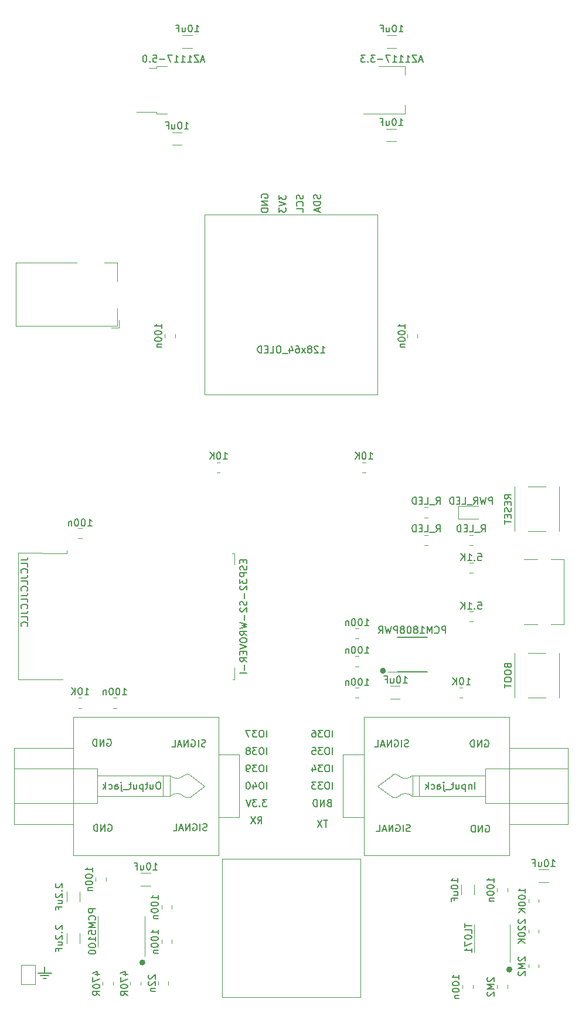
<source format=gbr>
%TF.GenerationSoftware,KiCad,Pcbnew,(6.0.0)*%
%TF.CreationDate,2022-11-04T15:31:48+01:00*%
%TF.ProjectId,Supersonic Quantumbox,53757065-7273-46f6-9e69-63205175616e,rev?*%
%TF.SameCoordinates,Original*%
%TF.FileFunction,Legend,Bot*%
%TF.FilePolarity,Positive*%
%FSLAX46Y46*%
G04 Gerber Fmt 4.6, Leading zero omitted, Abs format (unit mm)*
G04 Created by KiCad (PCBNEW (6.0.0)) date 2022-11-04 15:31:48*
%MOMM*%
%LPD*%
G01*
G04 APERTURE LIST*
%ADD10C,0.450000*%
%ADD11C,0.150000*%
%ADD12C,0.100000*%
%ADD13C,0.120000*%
%ADD14C,0.127000*%
%ADD15C,0.200000*%
G04 APERTURE END LIST*
D10*
X142423428Y-119360000D02*
G75*
G03*
X142423428Y-119360000I-225000J0D01*
G01*
D11*
X93338428Y-162100000D02*
X93338428Y-163000000D01*
D10*
X160663428Y-162500000D02*
G75*
G03*
X160663428Y-162500000I-225000J0D01*
G01*
D11*
X93138428Y-163800000D02*
X93538428Y-163800000D01*
D10*
X107663428Y-161500000D02*
G75*
G03*
X107663428Y-161500000I-225000J0D01*
G01*
D11*
X92738428Y-163400000D02*
X93938428Y-163400000D01*
X92338428Y-163000000D02*
X94338428Y-163000000D01*
X93338428Y-163000000D02*
X92338428Y-163000000D01*
D12*
X144238428Y-119500000D02*
X142938428Y-119500000D01*
D11*
X133122136Y-50621299D02*
X133169755Y-50764156D01*
X133169755Y-51002251D01*
X133122136Y-51097489D01*
X133074517Y-51145108D01*
X132979279Y-51192727D01*
X132884041Y-51192727D01*
X132788803Y-51145108D01*
X132741184Y-51097489D01*
X132693565Y-51002251D01*
X132645946Y-50811775D01*
X132598327Y-50716537D01*
X132550708Y-50668918D01*
X132455470Y-50621299D01*
X132360232Y-50621299D01*
X132264994Y-50668918D01*
X132217375Y-50716537D01*
X132169755Y-50811775D01*
X132169755Y-51049870D01*
X132217375Y-51192727D01*
X133169755Y-51621299D02*
X132169755Y-51621299D01*
X132169755Y-51859394D01*
X132217375Y-52002251D01*
X132312613Y-52097489D01*
X132407851Y-52145108D01*
X132598327Y-52192727D01*
X132741184Y-52192727D01*
X132931660Y-52145108D01*
X133026898Y-52097489D01*
X133122136Y-52002251D01*
X133169755Y-51859394D01*
X133169755Y-51621299D01*
X132884041Y-52573680D02*
X132884041Y-53049870D01*
X133169755Y-52478442D02*
X132169755Y-52811775D01*
X133169755Y-53145108D01*
X134914618Y-136452380D02*
X134914618Y-135452380D01*
X134247951Y-135452380D02*
X134057475Y-135452380D01*
X133962237Y-135500000D01*
X133866999Y-135595238D01*
X133819380Y-135785714D01*
X133819380Y-136119047D01*
X133866999Y-136309523D01*
X133962237Y-136404761D01*
X134057475Y-136452380D01*
X134247951Y-136452380D01*
X134343189Y-136404761D01*
X134438428Y-136309523D01*
X134486047Y-136119047D01*
X134486047Y-135785714D01*
X134438428Y-135595238D01*
X134343189Y-135500000D01*
X134247951Y-135452380D01*
X133486047Y-135452380D02*
X132866999Y-135452380D01*
X133200332Y-135833333D01*
X133057475Y-135833333D01*
X132962237Y-135880952D01*
X132914618Y-135928571D01*
X132866999Y-136023809D01*
X132866999Y-136261904D01*
X132914618Y-136357142D01*
X132962237Y-136404761D01*
X133057475Y-136452380D01*
X133343189Y-136452380D01*
X133438428Y-136404761D01*
X133486047Y-136357142D01*
X132533666Y-135452380D02*
X131914618Y-135452380D01*
X132247951Y-135833333D01*
X132105094Y-135833333D01*
X132009856Y-135880952D01*
X131962237Y-135928571D01*
X131914618Y-136023809D01*
X131914618Y-136261904D01*
X131962237Y-136357142D01*
X132009856Y-136404761D01*
X132105094Y-136452380D01*
X132390808Y-136452380D01*
X132486047Y-136404761D01*
X132533666Y-136357142D01*
X124105094Y-141452380D02*
X124438428Y-140976190D01*
X124676523Y-141452380D02*
X124676523Y-140452380D01*
X124295570Y-140452380D01*
X124200332Y-140500000D01*
X124152713Y-140547619D01*
X124105094Y-140642857D01*
X124105094Y-140785714D01*
X124152713Y-140880952D01*
X124200332Y-140928571D01*
X124295570Y-140976190D01*
X124676523Y-140976190D01*
X123771761Y-140452380D02*
X123105094Y-141452380D01*
X123105094Y-140452380D02*
X123771761Y-141452380D01*
X134914618Y-133952380D02*
X134914618Y-132952380D01*
X134247951Y-132952380D02*
X134057475Y-132952380D01*
X133962237Y-133000000D01*
X133866999Y-133095238D01*
X133819380Y-133285714D01*
X133819380Y-133619047D01*
X133866999Y-133809523D01*
X133962237Y-133904761D01*
X134057475Y-133952380D01*
X134247951Y-133952380D01*
X134343189Y-133904761D01*
X134438428Y-133809523D01*
X134486047Y-133619047D01*
X134486047Y-133285714D01*
X134438428Y-133095238D01*
X134343189Y-133000000D01*
X134247951Y-132952380D01*
X133486047Y-132952380D02*
X132866999Y-132952380D01*
X133200332Y-133333333D01*
X133057475Y-133333333D01*
X132962237Y-133380952D01*
X132914618Y-133428571D01*
X132866999Y-133523809D01*
X132866999Y-133761904D01*
X132914618Y-133857142D01*
X132962237Y-133904761D01*
X133057475Y-133952380D01*
X133343189Y-133952380D01*
X133438428Y-133904761D01*
X133486047Y-133857142D01*
X132009856Y-133285714D02*
X132009856Y-133952380D01*
X132247951Y-132904761D02*
X132486047Y-133619047D01*
X131866999Y-133619047D01*
X127166849Y-50679696D02*
X127166849Y-51298744D01*
X127547802Y-50965411D01*
X127547802Y-51108268D01*
X127595421Y-51203506D01*
X127643040Y-51251125D01*
X127738278Y-51298744D01*
X127976373Y-51298744D01*
X128071611Y-51251125D01*
X128119230Y-51203506D01*
X128166849Y-51108268D01*
X128166849Y-50822553D01*
X128119230Y-50727315D01*
X128071611Y-50679696D01*
X127166849Y-51584458D02*
X128166849Y-51917792D01*
X127166849Y-52251125D01*
X127166849Y-52489220D02*
X127166849Y-53108268D01*
X127547802Y-52774934D01*
X127547802Y-52917792D01*
X127595421Y-53013030D01*
X127643040Y-53060649D01*
X127738278Y-53108268D01*
X127976373Y-53108268D01*
X128071611Y-53060649D01*
X128119230Y-53013030D01*
X128166849Y-52917792D01*
X128166849Y-52632077D01*
X128119230Y-52536839D01*
X128071611Y-52489220D01*
X125414618Y-128952380D02*
X125414618Y-127952380D01*
X124747951Y-127952380D02*
X124557475Y-127952380D01*
X124462237Y-128000000D01*
X124366999Y-128095238D01*
X124319380Y-128285714D01*
X124319380Y-128619047D01*
X124366999Y-128809523D01*
X124462237Y-128904761D01*
X124557475Y-128952380D01*
X124747951Y-128952380D01*
X124843189Y-128904761D01*
X124938428Y-128809523D01*
X124986047Y-128619047D01*
X124986047Y-128285714D01*
X124938428Y-128095238D01*
X124843189Y-128000000D01*
X124747951Y-127952380D01*
X123986047Y-127952380D02*
X123366999Y-127952380D01*
X123700332Y-128333333D01*
X123557475Y-128333333D01*
X123462237Y-128380952D01*
X123414618Y-128428571D01*
X123366999Y-128523809D01*
X123366999Y-128761904D01*
X123414618Y-128857142D01*
X123462237Y-128904761D01*
X123557475Y-128952380D01*
X123843189Y-128952380D01*
X123938428Y-128904761D01*
X123986047Y-128857142D01*
X123033666Y-127952380D02*
X122366999Y-127952380D01*
X122795570Y-128952380D01*
X125414618Y-137952380D02*
X124795570Y-137952380D01*
X125128904Y-138333333D01*
X124986047Y-138333333D01*
X124890808Y-138380952D01*
X124843189Y-138428571D01*
X124795570Y-138523809D01*
X124795570Y-138761904D01*
X124843189Y-138857142D01*
X124890808Y-138904761D01*
X124986047Y-138952380D01*
X125271761Y-138952380D01*
X125366999Y-138904761D01*
X125414618Y-138857142D01*
X124366999Y-138857142D02*
X124319380Y-138904761D01*
X124366999Y-138952380D01*
X124414618Y-138904761D01*
X124366999Y-138857142D01*
X124366999Y-138952380D01*
X123986047Y-137952380D02*
X123366999Y-137952380D01*
X123700332Y-138333333D01*
X123557475Y-138333333D01*
X123462237Y-138380952D01*
X123414618Y-138428571D01*
X123366999Y-138523809D01*
X123366999Y-138761904D01*
X123414618Y-138857142D01*
X123462237Y-138904761D01*
X123557475Y-138952380D01*
X123843189Y-138952380D01*
X123938428Y-138904761D01*
X123986047Y-138857142D01*
X123081285Y-137952380D02*
X122747951Y-138952380D01*
X122414618Y-137952380D01*
X125414618Y-136452380D02*
X125414618Y-135452380D01*
X124747951Y-135452380D02*
X124557475Y-135452380D01*
X124462237Y-135500000D01*
X124366999Y-135595238D01*
X124319380Y-135785714D01*
X124319380Y-136119047D01*
X124366999Y-136309523D01*
X124462237Y-136404761D01*
X124557475Y-136452380D01*
X124747951Y-136452380D01*
X124843189Y-136404761D01*
X124938428Y-136309523D01*
X124986047Y-136119047D01*
X124986047Y-135785714D01*
X124938428Y-135595238D01*
X124843189Y-135500000D01*
X124747951Y-135452380D01*
X123462237Y-135785714D02*
X123462237Y-136452380D01*
X123700332Y-135404761D02*
X123938428Y-136119047D01*
X123319380Y-136119047D01*
X122747951Y-135452380D02*
X122652713Y-135452380D01*
X122557475Y-135500000D01*
X122509856Y-135547619D01*
X122462237Y-135642857D01*
X122414618Y-135833333D01*
X122414618Y-136071428D01*
X122462237Y-136261904D01*
X122509856Y-136357142D01*
X122557475Y-136404761D01*
X122652713Y-136452380D01*
X122747951Y-136452380D01*
X122843189Y-136404761D01*
X122890808Y-136357142D01*
X122938428Y-136261904D01*
X122986047Y-136071428D01*
X122986047Y-135833333D01*
X122938428Y-135642857D01*
X122890808Y-135547619D01*
X122843189Y-135500000D01*
X122747951Y-135452380D01*
X134390808Y-138428571D02*
X134247951Y-138476190D01*
X134200332Y-138523809D01*
X134152713Y-138619047D01*
X134152713Y-138761904D01*
X134200332Y-138857142D01*
X134247951Y-138904761D01*
X134343189Y-138952380D01*
X134724142Y-138952380D01*
X134724142Y-137952380D01*
X134390808Y-137952380D01*
X134295570Y-138000000D01*
X134247951Y-138047619D01*
X134200332Y-138142857D01*
X134200332Y-138238095D01*
X134247951Y-138333333D01*
X134295570Y-138380952D01*
X134390808Y-138428571D01*
X134724142Y-138428571D01*
X133724142Y-138952380D02*
X133724142Y-137952380D01*
X133152713Y-138952380D01*
X133152713Y-137952380D01*
X132676523Y-138952380D02*
X132676523Y-137952380D01*
X132438428Y-137952380D01*
X132295570Y-138000000D01*
X132200332Y-138095238D01*
X132152713Y-138190476D01*
X132105094Y-138380952D01*
X132105094Y-138523809D01*
X132152713Y-138714285D01*
X132200332Y-138809523D01*
X132295570Y-138904761D01*
X132438428Y-138952380D01*
X132676523Y-138952380D01*
X134200332Y-140952380D02*
X133628904Y-140952380D01*
X133914618Y-141952380D02*
X133914618Y-140952380D01*
X133390808Y-140952380D02*
X132724142Y-141952380D01*
X132724142Y-140952380D02*
X133390808Y-141952380D01*
X124642552Y-51061936D02*
X124594932Y-50966698D01*
X124594932Y-50823841D01*
X124642552Y-50680983D01*
X124737790Y-50585745D01*
X124833028Y-50538126D01*
X125023504Y-50490507D01*
X125166361Y-50490507D01*
X125356837Y-50538126D01*
X125452075Y-50585745D01*
X125547313Y-50680983D01*
X125594932Y-50823841D01*
X125594932Y-50919079D01*
X125547313Y-51061936D01*
X125499694Y-51109555D01*
X125166361Y-51109555D01*
X125166361Y-50919079D01*
X125594932Y-51538126D02*
X124594932Y-51538126D01*
X125594932Y-52109555D01*
X124594932Y-52109555D01*
X125594932Y-52585745D02*
X124594932Y-52585745D01*
X124594932Y-52823841D01*
X124642552Y-52966698D01*
X124737790Y-53061936D01*
X124833028Y-53109555D01*
X125023504Y-53157174D01*
X125166361Y-53157174D01*
X125356837Y-53109555D01*
X125452075Y-53061936D01*
X125547313Y-52966698D01*
X125594932Y-52823841D01*
X125594932Y-52585745D01*
X134914618Y-128952380D02*
X134914618Y-127952380D01*
X134247951Y-127952380D02*
X134057475Y-127952380D01*
X133962237Y-128000000D01*
X133866999Y-128095238D01*
X133819380Y-128285714D01*
X133819380Y-128619047D01*
X133866999Y-128809523D01*
X133962237Y-128904761D01*
X134057475Y-128952380D01*
X134247951Y-128952380D01*
X134343189Y-128904761D01*
X134438428Y-128809523D01*
X134486047Y-128619047D01*
X134486047Y-128285714D01*
X134438428Y-128095238D01*
X134343189Y-128000000D01*
X134247951Y-127952380D01*
X133486047Y-127952380D02*
X132866999Y-127952380D01*
X133200332Y-128333333D01*
X133057475Y-128333333D01*
X132962237Y-128380952D01*
X132914618Y-128428571D01*
X132866999Y-128523809D01*
X132866999Y-128761904D01*
X132914618Y-128857142D01*
X132962237Y-128904761D01*
X133057475Y-128952380D01*
X133343189Y-128952380D01*
X133438428Y-128904761D01*
X133486047Y-128857142D01*
X132009856Y-127952380D02*
X132200332Y-127952380D01*
X132295570Y-128000000D01*
X132343189Y-128047619D01*
X132438428Y-128190476D01*
X132486047Y-128380952D01*
X132486047Y-128761904D01*
X132438428Y-128857142D01*
X132390808Y-128904761D01*
X132295570Y-128952380D01*
X132105094Y-128952380D01*
X132009856Y-128904761D01*
X131962237Y-128857142D01*
X131914618Y-128761904D01*
X131914618Y-128523809D01*
X131962237Y-128428571D01*
X132009856Y-128380952D01*
X132105094Y-128333333D01*
X132295570Y-128333333D01*
X132390808Y-128380952D01*
X132438428Y-128428571D01*
X132486047Y-128523809D01*
X125414618Y-131452380D02*
X125414618Y-130452380D01*
X124747951Y-130452380D02*
X124557475Y-130452380D01*
X124462237Y-130500000D01*
X124366999Y-130595238D01*
X124319380Y-130785714D01*
X124319380Y-131119047D01*
X124366999Y-131309523D01*
X124462237Y-131404761D01*
X124557475Y-131452380D01*
X124747951Y-131452380D01*
X124843189Y-131404761D01*
X124938428Y-131309523D01*
X124986047Y-131119047D01*
X124986047Y-130785714D01*
X124938428Y-130595238D01*
X124843189Y-130500000D01*
X124747951Y-130452380D01*
X123986047Y-130452380D02*
X123366999Y-130452380D01*
X123700332Y-130833333D01*
X123557475Y-130833333D01*
X123462237Y-130880952D01*
X123414618Y-130928571D01*
X123366999Y-131023809D01*
X123366999Y-131261904D01*
X123414618Y-131357142D01*
X123462237Y-131404761D01*
X123557475Y-131452380D01*
X123843189Y-131452380D01*
X123938428Y-131404761D01*
X123986047Y-131357142D01*
X122795570Y-130880952D02*
X122890808Y-130833333D01*
X122938428Y-130785714D01*
X122986047Y-130690476D01*
X122986047Y-130642857D01*
X122938428Y-130547619D01*
X122890808Y-130500000D01*
X122795570Y-130452380D01*
X122605094Y-130452380D01*
X122509856Y-130500000D01*
X122462237Y-130547619D01*
X122414618Y-130642857D01*
X122414618Y-130690476D01*
X122462237Y-130785714D01*
X122509856Y-130833333D01*
X122605094Y-130880952D01*
X122795570Y-130880952D01*
X122890808Y-130928571D01*
X122938428Y-130976190D01*
X122986047Y-131071428D01*
X122986047Y-131261904D01*
X122938428Y-131357142D01*
X122890808Y-131404761D01*
X122795570Y-131452380D01*
X122605094Y-131452380D01*
X122509856Y-131404761D01*
X122462237Y-131357142D01*
X122414618Y-131261904D01*
X122414618Y-131071428D01*
X122462237Y-130976190D01*
X122509856Y-130928571D01*
X122605094Y-130880952D01*
X125414618Y-133952380D02*
X125414618Y-132952380D01*
X124747951Y-132952380D02*
X124557475Y-132952380D01*
X124462237Y-133000000D01*
X124366999Y-133095238D01*
X124319380Y-133285714D01*
X124319380Y-133619047D01*
X124366999Y-133809523D01*
X124462237Y-133904761D01*
X124557475Y-133952380D01*
X124747951Y-133952380D01*
X124843189Y-133904761D01*
X124938428Y-133809523D01*
X124986047Y-133619047D01*
X124986047Y-133285714D01*
X124938428Y-133095238D01*
X124843189Y-133000000D01*
X124747951Y-132952380D01*
X123986047Y-132952380D02*
X123366999Y-132952380D01*
X123700332Y-133333333D01*
X123557475Y-133333333D01*
X123462237Y-133380952D01*
X123414618Y-133428571D01*
X123366999Y-133523809D01*
X123366999Y-133761904D01*
X123414618Y-133857142D01*
X123462237Y-133904761D01*
X123557475Y-133952380D01*
X123843189Y-133952380D01*
X123938428Y-133904761D01*
X123986047Y-133857142D01*
X122890808Y-133952380D02*
X122700332Y-133952380D01*
X122605094Y-133904761D01*
X122557475Y-133857142D01*
X122462237Y-133714285D01*
X122414618Y-133523809D01*
X122414618Y-133142857D01*
X122462237Y-133047619D01*
X122509856Y-133000000D01*
X122605094Y-132952380D01*
X122795570Y-132952380D01*
X122890808Y-133000000D01*
X122938428Y-133047619D01*
X122986047Y-133142857D01*
X122986047Y-133380952D01*
X122938428Y-133476190D01*
X122890808Y-133523809D01*
X122795570Y-133571428D01*
X122605094Y-133571428D01*
X122509856Y-133523809D01*
X122462237Y-133476190D01*
X122414618Y-133380952D01*
X134914618Y-131452380D02*
X134914618Y-130452380D01*
X134247951Y-130452380D02*
X134057475Y-130452380D01*
X133962237Y-130500000D01*
X133866999Y-130595238D01*
X133819380Y-130785714D01*
X133819380Y-131119047D01*
X133866999Y-131309523D01*
X133962237Y-131404761D01*
X134057475Y-131452380D01*
X134247951Y-131452380D01*
X134343189Y-131404761D01*
X134438428Y-131309523D01*
X134486047Y-131119047D01*
X134486047Y-130785714D01*
X134438428Y-130595238D01*
X134343189Y-130500000D01*
X134247951Y-130452380D01*
X133486047Y-130452380D02*
X132866999Y-130452380D01*
X133200332Y-130833333D01*
X133057475Y-130833333D01*
X132962237Y-130880952D01*
X132914618Y-130928571D01*
X132866999Y-131023809D01*
X132866999Y-131261904D01*
X132914618Y-131357142D01*
X132962237Y-131404761D01*
X133057475Y-131452380D01*
X133343189Y-131452380D01*
X133438428Y-131404761D01*
X133486047Y-131357142D01*
X131962237Y-130452380D02*
X132438428Y-130452380D01*
X132486047Y-130928571D01*
X132438428Y-130880952D01*
X132343189Y-130833333D01*
X132105094Y-130833333D01*
X132009856Y-130880952D01*
X131962237Y-130928571D01*
X131914618Y-131023809D01*
X131914618Y-131261904D01*
X131962237Y-131357142D01*
X132009856Y-131404761D01*
X132105094Y-131452380D01*
X132343189Y-131452380D01*
X132438428Y-131404761D01*
X132486047Y-131357142D01*
X89890808Y-103380952D02*
X90605094Y-103380952D01*
X90747951Y-103333333D01*
X90843189Y-103238095D01*
X90890808Y-103095238D01*
X90890808Y-103000000D01*
X90890808Y-104333333D02*
X90890808Y-103857142D01*
X89890808Y-103857142D01*
X90795570Y-105238095D02*
X90843189Y-105190476D01*
X90890808Y-105047619D01*
X90890808Y-104952380D01*
X90843189Y-104809523D01*
X90747951Y-104714285D01*
X90652713Y-104666666D01*
X90462237Y-104619047D01*
X90319380Y-104619047D01*
X90128904Y-104666666D01*
X90033666Y-104714285D01*
X89938428Y-104809523D01*
X89890808Y-104952380D01*
X89890808Y-105047619D01*
X89938428Y-105190476D01*
X89986047Y-105238095D01*
X89890808Y-105952380D02*
X90605094Y-105952380D01*
X90747951Y-105904761D01*
X90843189Y-105809523D01*
X90890808Y-105666666D01*
X90890808Y-105571428D01*
X90890808Y-106904761D02*
X90890808Y-106428571D01*
X89890808Y-106428571D01*
X90795570Y-107809523D02*
X90843189Y-107761904D01*
X90890808Y-107619047D01*
X90890808Y-107523809D01*
X90843189Y-107380952D01*
X90747951Y-107285714D01*
X90652713Y-107238095D01*
X90462237Y-107190476D01*
X90319380Y-107190476D01*
X90128904Y-107238095D01*
X90033666Y-107285714D01*
X89938428Y-107380952D01*
X89890808Y-107523809D01*
X89890808Y-107619047D01*
X89938428Y-107761904D01*
X89986047Y-107809523D01*
X89890808Y-108523809D02*
X90605094Y-108523809D01*
X90747951Y-108476190D01*
X90843189Y-108380952D01*
X90890808Y-108238095D01*
X90890808Y-108142857D01*
X90890808Y-109476190D02*
X90890808Y-109000000D01*
X89890808Y-109000000D01*
X90795570Y-110380952D02*
X90843189Y-110333333D01*
X90890808Y-110190476D01*
X90890808Y-110095238D01*
X90843189Y-109952380D01*
X90747951Y-109857142D01*
X90652713Y-109809523D01*
X90462237Y-109761904D01*
X90319380Y-109761904D01*
X90128904Y-109809523D01*
X90033666Y-109857142D01*
X89938428Y-109952380D01*
X89890808Y-110095238D01*
X89890808Y-110190476D01*
X89938428Y-110333333D01*
X89986047Y-110380952D01*
X89890808Y-111095238D02*
X90605094Y-111095238D01*
X90747951Y-111047619D01*
X90843189Y-110952380D01*
X90890808Y-110809523D01*
X90890808Y-110714285D01*
X90890808Y-112047619D02*
X90890808Y-111571428D01*
X89890808Y-111571428D01*
X90795570Y-112952380D02*
X90843189Y-112904761D01*
X90890808Y-112761904D01*
X90890808Y-112666666D01*
X90843189Y-112523809D01*
X90747951Y-112428571D01*
X90652713Y-112380952D01*
X90462237Y-112333333D01*
X90319380Y-112333333D01*
X90128904Y-112380952D01*
X90033666Y-112428571D01*
X89938428Y-112523809D01*
X89890808Y-112666666D01*
X89890808Y-112761904D01*
X89938428Y-112904761D01*
X89986047Y-112952380D01*
X130632427Y-50645108D02*
X130680046Y-50787965D01*
X130680046Y-51026061D01*
X130632427Y-51121299D01*
X130584808Y-51168918D01*
X130489570Y-51216537D01*
X130394332Y-51216537D01*
X130299094Y-51168918D01*
X130251475Y-51121299D01*
X130203856Y-51026061D01*
X130156237Y-50835585D01*
X130108618Y-50740346D01*
X130060999Y-50692727D01*
X129965761Y-50645108D01*
X129870523Y-50645108D01*
X129775285Y-50692727D01*
X129727666Y-50740346D01*
X129680046Y-50835585D01*
X129680046Y-51073680D01*
X129727666Y-51216537D01*
X130584808Y-52216537D02*
X130632427Y-52168918D01*
X130680046Y-52026061D01*
X130680046Y-51930823D01*
X130632427Y-51787965D01*
X130537189Y-51692727D01*
X130441951Y-51645108D01*
X130251475Y-51597489D01*
X130108618Y-51597489D01*
X129918142Y-51645108D01*
X129822904Y-51692727D01*
X129727666Y-51787965D01*
X129680046Y-51930823D01*
X129680046Y-52026061D01*
X129727666Y-52168918D01*
X129775285Y-52216537D01*
X130680046Y-53121299D02*
X130680046Y-52645108D01*
X129680046Y-52645108D01*
%TO.C,R2*%
X161835948Y-160694549D02*
X161788329Y-160742168D01*
X161740709Y-160837406D01*
X161740709Y-161075502D01*
X161788329Y-161170740D01*
X161835948Y-161218359D01*
X161931186Y-161265978D01*
X162026424Y-161265978D01*
X162169281Y-161218359D01*
X162740709Y-160646930D01*
X162740709Y-161265978D01*
X162740709Y-161694549D02*
X161740709Y-161694549D01*
X162454995Y-162027883D01*
X161740709Y-162361216D01*
X162740709Y-162361216D01*
X161835948Y-162789787D02*
X161788329Y-162837406D01*
X161740709Y-162932644D01*
X161740709Y-163170740D01*
X161788329Y-163265978D01*
X161835948Y-163313597D01*
X161931186Y-163361216D01*
X162026424Y-163361216D01*
X162169281Y-163313597D01*
X162740709Y-162742168D01*
X162740709Y-163361216D01*
%TO.C,R4*%
X161836047Y-155261904D02*
X161788428Y-155309523D01*
X161740808Y-155404761D01*
X161740808Y-155642857D01*
X161788428Y-155738095D01*
X161836047Y-155785714D01*
X161931285Y-155833333D01*
X162026523Y-155833333D01*
X162169380Y-155785714D01*
X162740808Y-155214285D01*
X162740808Y-155833333D01*
X161836047Y-156214285D02*
X161788428Y-156261904D01*
X161740808Y-156357142D01*
X161740808Y-156595238D01*
X161788428Y-156690476D01*
X161836047Y-156738095D01*
X161931285Y-156785714D01*
X162026523Y-156785714D01*
X162169380Y-156738095D01*
X162740808Y-156166666D01*
X162740808Y-156785714D01*
X161740808Y-157404761D02*
X161740808Y-157500000D01*
X161788428Y-157595238D01*
X161836047Y-157642857D01*
X161931285Y-157690476D01*
X162121761Y-157738095D01*
X162359856Y-157738095D01*
X162550332Y-157690476D01*
X162645570Y-157642857D01*
X162693189Y-157595238D01*
X162740808Y-157500000D01*
X162740808Y-157404761D01*
X162693189Y-157309523D01*
X162645570Y-157261904D01*
X162550332Y-157214285D01*
X162359856Y-157166666D01*
X162121761Y-157166666D01*
X161931285Y-157214285D01*
X161836047Y-157261904D01*
X161788428Y-157309523D01*
X161740808Y-157404761D01*
X162740808Y-158166666D02*
X161740808Y-158166666D01*
X162740808Y-158738095D02*
X162169380Y-158309523D01*
X161740808Y-158738095D02*
X162312237Y-158166666D01*
%TO.C,R12*%
X155914618Y-109452380D02*
X156390808Y-109452380D01*
X156438428Y-109928571D01*
X156390808Y-109880952D01*
X156295570Y-109833333D01*
X156057475Y-109833333D01*
X155962237Y-109880952D01*
X155914618Y-109928571D01*
X155866999Y-110023809D01*
X155866999Y-110261904D01*
X155914618Y-110357142D01*
X155962237Y-110404761D01*
X156057475Y-110452380D01*
X156295570Y-110452380D01*
X156390808Y-110404761D01*
X156438428Y-110357142D01*
X155438428Y-110357142D02*
X155390808Y-110404761D01*
X155438428Y-110452380D01*
X155486047Y-110404761D01*
X155438428Y-110357142D01*
X155438428Y-110452380D01*
X154438428Y-110452380D02*
X155009856Y-110452380D01*
X154724142Y-110452380D02*
X154724142Y-109452380D01*
X154819380Y-109595238D01*
X154914618Y-109690476D01*
X155009856Y-109738095D01*
X154009856Y-110452380D02*
X154009856Y-109452380D01*
X153438428Y-110452380D02*
X153866999Y-109880952D01*
X153438428Y-109452380D02*
X154009856Y-110023809D01*
%TO.C,U7*%
X100690808Y-153761904D02*
X99690808Y-153761904D01*
X99690808Y-154142857D01*
X99738428Y-154238095D01*
X99786047Y-154285714D01*
X99881285Y-154333333D01*
X100024142Y-154333333D01*
X100119380Y-154285714D01*
X100166999Y-154238095D01*
X100214618Y-154142857D01*
X100214618Y-153761904D01*
X100595570Y-155333333D02*
X100643189Y-155285714D01*
X100690808Y-155142857D01*
X100690808Y-155047619D01*
X100643189Y-154904761D01*
X100547951Y-154809523D01*
X100452713Y-154761904D01*
X100262237Y-154714285D01*
X100119380Y-154714285D01*
X99928904Y-154761904D01*
X99833666Y-154809523D01*
X99738428Y-154904761D01*
X99690808Y-155047619D01*
X99690808Y-155142857D01*
X99738428Y-155285714D01*
X99786047Y-155333333D01*
X100690808Y-155761904D02*
X99690808Y-155761904D01*
X100405094Y-156095238D01*
X99690808Y-156428571D01*
X100690808Y-156428571D01*
X99690808Y-157380952D02*
X99690808Y-156904761D01*
X100166999Y-156857142D01*
X100119380Y-156904761D01*
X100071761Y-157000000D01*
X100071761Y-157238095D01*
X100119380Y-157333333D01*
X100166999Y-157380952D01*
X100262237Y-157428571D01*
X100500332Y-157428571D01*
X100595570Y-157380952D01*
X100643189Y-157333333D01*
X100690808Y-157238095D01*
X100690808Y-157000000D01*
X100643189Y-156904761D01*
X100595570Y-156857142D01*
X100690808Y-158380952D02*
X100690808Y-157809523D01*
X100690808Y-158095238D02*
X99690808Y-158095238D01*
X99833666Y-158000000D01*
X99928904Y-157904761D01*
X99976523Y-157809523D01*
X99690808Y-159000000D02*
X99690808Y-159095238D01*
X99738428Y-159190476D01*
X99786047Y-159238095D01*
X99881285Y-159285714D01*
X100071761Y-159333333D01*
X100309856Y-159333333D01*
X100500332Y-159285714D01*
X100595570Y-159238095D01*
X100643189Y-159190476D01*
X100690808Y-159095238D01*
X100690808Y-159000000D01*
X100643189Y-158904761D01*
X100595570Y-158857142D01*
X100500332Y-158809523D01*
X100309856Y-158761904D01*
X100071761Y-158761904D01*
X99881285Y-158809523D01*
X99786047Y-158857142D01*
X99738428Y-158904761D01*
X99690808Y-159000000D01*
X99690808Y-159952380D02*
X99690808Y-160047619D01*
X99738428Y-160142857D01*
X99786047Y-160190476D01*
X99881285Y-160238095D01*
X100071761Y-160285714D01*
X100309856Y-160285714D01*
X100500332Y-160238095D01*
X100595570Y-160190476D01*
X100643189Y-160142857D01*
X100690808Y-160047619D01*
X100690808Y-159952380D01*
X100643189Y-159857142D01*
X100595570Y-159809523D01*
X100500332Y-159761904D01*
X100309856Y-159714285D01*
X100071761Y-159714285D01*
X99881285Y-159761904D01*
X99786047Y-159809523D01*
X99738428Y-159857142D01*
X99690808Y-159952380D01*
%TO.C,R10*%
X100624142Y-163238095D02*
X101290808Y-163238095D01*
X100243189Y-163000000D02*
X100957475Y-162761904D01*
X100957475Y-163380952D01*
X100290808Y-163666666D02*
X100290808Y-164333333D01*
X101290808Y-163904761D01*
X100290808Y-164904761D02*
X100290808Y-165000000D01*
X100338428Y-165095238D01*
X100386047Y-165142857D01*
X100481285Y-165190476D01*
X100671761Y-165238095D01*
X100909856Y-165238095D01*
X101100332Y-165190476D01*
X101195570Y-165142857D01*
X101243189Y-165095238D01*
X101290808Y-165000000D01*
X101290808Y-164904761D01*
X101243189Y-164809523D01*
X101195570Y-164761904D01*
X101100332Y-164714285D01*
X100909856Y-164666666D01*
X100671761Y-164666666D01*
X100481285Y-164714285D01*
X100386047Y-164761904D01*
X100338428Y-164809523D01*
X100290808Y-164904761D01*
X101290808Y-166238095D02*
X100814618Y-165904761D01*
X101290808Y-165666666D02*
X100290808Y-165666666D01*
X100290808Y-166047619D01*
X100338428Y-166142857D01*
X100386047Y-166190476D01*
X100481285Y-166238095D01*
X100624142Y-166238095D01*
X100719380Y-166190476D01*
X100766999Y-166142857D01*
X100814618Y-166047619D01*
X100814618Y-165666666D01*
%TO.C,C13*%
X99557475Y-98452380D02*
X100128904Y-98452380D01*
X99843189Y-98452380D02*
X99843189Y-97452380D01*
X99938427Y-97595238D01*
X100033666Y-97690476D01*
X100128904Y-97738095D01*
X98938427Y-97452380D02*
X98843189Y-97452380D01*
X98747951Y-97500000D01*
X98700332Y-97547619D01*
X98652713Y-97642857D01*
X98605094Y-97833333D01*
X98605094Y-98071428D01*
X98652713Y-98261904D01*
X98700332Y-98357142D01*
X98747951Y-98404761D01*
X98843189Y-98452380D01*
X98938427Y-98452380D01*
X99033666Y-98404761D01*
X99081285Y-98357142D01*
X99128904Y-98261904D01*
X99176523Y-98071428D01*
X99176523Y-97833333D01*
X99128904Y-97642857D01*
X99081285Y-97547619D01*
X99033666Y-97500000D01*
X98938427Y-97452380D01*
X97986047Y-97452380D02*
X97890808Y-97452380D01*
X97795570Y-97500000D01*
X97747951Y-97547619D01*
X97700332Y-97642857D01*
X97652713Y-97833333D01*
X97652713Y-98071428D01*
X97700332Y-98261904D01*
X97747951Y-98357142D01*
X97795570Y-98404761D01*
X97890808Y-98452380D01*
X97986047Y-98452380D01*
X98081285Y-98404761D01*
X98128904Y-98357142D01*
X98176523Y-98261904D01*
X98224142Y-98071428D01*
X98224142Y-97833333D01*
X98176523Y-97642857D01*
X98128904Y-97547619D01*
X98081285Y-97500000D01*
X97986047Y-97452380D01*
X97224142Y-97785714D02*
X97224142Y-98452380D01*
X97224142Y-97880952D02*
X97176523Y-97833333D01*
X97081285Y-97785714D01*
X96938427Y-97785714D01*
X96843189Y-97833333D01*
X96795570Y-97928571D01*
X96795570Y-98452380D01*
%TO.C,C11*%
X100210808Y-148380952D02*
X100210808Y-147809523D01*
X100210808Y-148095238D02*
X99210808Y-148095238D01*
X99353666Y-148000000D01*
X99448904Y-147904761D01*
X99496523Y-147809523D01*
X99210808Y-149000000D02*
X99210808Y-149095238D01*
X99258428Y-149190476D01*
X99306047Y-149238095D01*
X99401285Y-149285714D01*
X99591761Y-149333333D01*
X99829856Y-149333333D01*
X100020332Y-149285714D01*
X100115570Y-149238095D01*
X100163189Y-149190476D01*
X100210808Y-149095238D01*
X100210808Y-149000000D01*
X100163189Y-148904761D01*
X100115570Y-148857142D01*
X100020332Y-148809523D01*
X99829856Y-148761904D01*
X99591761Y-148761904D01*
X99401285Y-148809523D01*
X99306047Y-148857142D01*
X99258428Y-148904761D01*
X99210808Y-149000000D01*
X99210808Y-149952380D02*
X99210808Y-150047619D01*
X99258428Y-150142857D01*
X99306047Y-150190476D01*
X99401285Y-150238095D01*
X99591761Y-150285714D01*
X99829856Y-150285714D01*
X100020332Y-150238095D01*
X100115570Y-150190476D01*
X100163189Y-150142857D01*
X100210808Y-150047619D01*
X100210808Y-149952380D01*
X100163189Y-149857142D01*
X100115570Y-149809523D01*
X100020332Y-149761904D01*
X99829856Y-149714285D01*
X99591761Y-149714285D01*
X99401285Y-149761904D01*
X99306047Y-149809523D01*
X99258428Y-149857142D01*
X99210808Y-149952380D01*
X99544142Y-150714285D02*
X100210808Y-150714285D01*
X99639380Y-150714285D02*
X99591761Y-150761904D01*
X99544142Y-150857142D01*
X99544142Y-151000000D01*
X99591761Y-151095238D01*
X99686999Y-151142857D01*
X100210808Y-151142857D01*
%TO.C,U6*%
X147866999Y-31166666D02*
X147390808Y-31166666D01*
X147962237Y-31452380D02*
X147628904Y-30452380D01*
X147295570Y-31452380D01*
X147057475Y-30452380D02*
X146390808Y-30452380D01*
X147057475Y-31452380D01*
X146390808Y-31452380D01*
X145486047Y-31452380D02*
X146057475Y-31452380D01*
X145771761Y-31452380D02*
X145771761Y-30452380D01*
X145866999Y-30595238D01*
X145962237Y-30690476D01*
X146057475Y-30738095D01*
X144533666Y-31452380D02*
X145105094Y-31452380D01*
X144819380Y-31452380D02*
X144819380Y-30452380D01*
X144914618Y-30595238D01*
X145009856Y-30690476D01*
X145105094Y-30738095D01*
X143581285Y-31452380D02*
X144152713Y-31452380D01*
X143866999Y-31452380D02*
X143866999Y-30452380D01*
X143962237Y-30595238D01*
X144057475Y-30690476D01*
X144152713Y-30738095D01*
X143247951Y-30452380D02*
X142581285Y-30452380D01*
X143009856Y-31452380D01*
X142200332Y-31071428D02*
X141438428Y-31071428D01*
X141057475Y-30452380D02*
X140438428Y-30452380D01*
X140771761Y-30833333D01*
X140628904Y-30833333D01*
X140533666Y-30880952D01*
X140486047Y-30928571D01*
X140438428Y-31023809D01*
X140438428Y-31261904D01*
X140486047Y-31357142D01*
X140533666Y-31404761D01*
X140628904Y-31452380D01*
X140914618Y-31452380D01*
X141009856Y-31404761D01*
X141057475Y-31357142D01*
X140009856Y-31357142D02*
X139962237Y-31404761D01*
X140009856Y-31452380D01*
X140057475Y-31404761D01*
X140009856Y-31357142D01*
X140009856Y-31452380D01*
X139628904Y-30452380D02*
X139009856Y-30452380D01*
X139343189Y-30833333D01*
X139200332Y-30833333D01*
X139105094Y-30880952D01*
X139057475Y-30928571D01*
X139009856Y-31023809D01*
X139009856Y-31261904D01*
X139057475Y-31357142D01*
X139105094Y-31404761D01*
X139200332Y-31452380D01*
X139486047Y-31452380D01*
X139581285Y-31404761D01*
X139628904Y-31357142D01*
%TO.C,C14*%
X109710808Y-157380952D02*
X109710808Y-156809523D01*
X109710808Y-157095238D02*
X108710808Y-157095238D01*
X108853666Y-157000000D01*
X108948904Y-156904761D01*
X108996523Y-156809523D01*
X108710808Y-158000000D02*
X108710808Y-158095238D01*
X108758428Y-158190476D01*
X108806047Y-158238095D01*
X108901285Y-158285714D01*
X109091761Y-158333333D01*
X109329856Y-158333333D01*
X109520332Y-158285714D01*
X109615570Y-158238095D01*
X109663189Y-158190476D01*
X109710808Y-158095238D01*
X109710808Y-158000000D01*
X109663189Y-157904761D01*
X109615570Y-157857142D01*
X109520332Y-157809523D01*
X109329856Y-157761904D01*
X109091761Y-157761904D01*
X108901285Y-157809523D01*
X108806047Y-157857142D01*
X108758428Y-157904761D01*
X108710808Y-158000000D01*
X108710808Y-158952380D02*
X108710808Y-159047619D01*
X108758428Y-159142857D01*
X108806047Y-159190476D01*
X108901285Y-159238095D01*
X109091761Y-159285714D01*
X109329856Y-159285714D01*
X109520332Y-159238095D01*
X109615570Y-159190476D01*
X109663189Y-159142857D01*
X109710808Y-159047619D01*
X109710808Y-158952380D01*
X109663189Y-158857142D01*
X109615570Y-158809523D01*
X109520332Y-158761904D01*
X109329856Y-158714285D01*
X109091761Y-158714285D01*
X108901285Y-158761904D01*
X108806047Y-158809523D01*
X108758428Y-158857142D01*
X108710808Y-158952380D01*
X109044142Y-159714285D02*
X109710808Y-159714285D01*
X109139380Y-159714285D02*
X109091761Y-159761904D01*
X109044142Y-159857142D01*
X109044142Y-160000000D01*
X109091761Y-160095238D01*
X109186999Y-160142857D01*
X109710808Y-160142857D01*
%TO.C,U3*%
X151247951Y-113952380D02*
X151247951Y-112952380D01*
X150866999Y-112952380D01*
X150771761Y-113000000D01*
X150724142Y-113047619D01*
X150676523Y-113142857D01*
X150676523Y-113285714D01*
X150724142Y-113380952D01*
X150771761Y-113428571D01*
X150866999Y-113476190D01*
X151247951Y-113476190D01*
X149676523Y-113857142D02*
X149724142Y-113904761D01*
X149866999Y-113952380D01*
X149962237Y-113952380D01*
X150105094Y-113904761D01*
X150200332Y-113809523D01*
X150247951Y-113714285D01*
X150295570Y-113523809D01*
X150295570Y-113380952D01*
X150247951Y-113190476D01*
X150200332Y-113095238D01*
X150105094Y-113000000D01*
X149962237Y-112952380D01*
X149866999Y-112952380D01*
X149724142Y-113000000D01*
X149676523Y-113047619D01*
X149247951Y-113952380D02*
X149247951Y-112952380D01*
X148914618Y-113666666D01*
X148581285Y-112952380D01*
X148581285Y-113952380D01*
X147581285Y-113952380D02*
X148152713Y-113952380D01*
X147866999Y-113952380D02*
X147866999Y-112952380D01*
X147962237Y-113095238D01*
X148057475Y-113190476D01*
X148152713Y-113238095D01*
X147009856Y-113380952D02*
X147105094Y-113333333D01*
X147152713Y-113285714D01*
X147200332Y-113190476D01*
X147200332Y-113142857D01*
X147152713Y-113047619D01*
X147105094Y-113000000D01*
X147009856Y-112952380D01*
X146819380Y-112952380D01*
X146724142Y-113000000D01*
X146676523Y-113047619D01*
X146628904Y-113142857D01*
X146628904Y-113190476D01*
X146676523Y-113285714D01*
X146724142Y-113333333D01*
X146819380Y-113380952D01*
X147009856Y-113380952D01*
X147105094Y-113428571D01*
X147152713Y-113476190D01*
X147200332Y-113571428D01*
X147200332Y-113761904D01*
X147152713Y-113857142D01*
X147105094Y-113904761D01*
X147009856Y-113952380D01*
X146819380Y-113952380D01*
X146724142Y-113904761D01*
X146676523Y-113857142D01*
X146628904Y-113761904D01*
X146628904Y-113571428D01*
X146676523Y-113476190D01*
X146724142Y-113428571D01*
X146819380Y-113380952D01*
X146009856Y-112952380D02*
X145914618Y-112952380D01*
X145819380Y-113000000D01*
X145771761Y-113047619D01*
X145724142Y-113142857D01*
X145676523Y-113333333D01*
X145676523Y-113571428D01*
X145724142Y-113761904D01*
X145771761Y-113857142D01*
X145819380Y-113904761D01*
X145914618Y-113952380D01*
X146009856Y-113952380D01*
X146105094Y-113904761D01*
X146152713Y-113857142D01*
X146200332Y-113761904D01*
X146247951Y-113571428D01*
X146247951Y-113333333D01*
X146200332Y-113142857D01*
X146152713Y-113047619D01*
X146105094Y-113000000D01*
X146009856Y-112952380D01*
X145105094Y-113380952D02*
X145200332Y-113333333D01*
X145247951Y-113285714D01*
X145295570Y-113190476D01*
X145295570Y-113142857D01*
X145247951Y-113047619D01*
X145200332Y-113000000D01*
X145105094Y-112952380D01*
X144914618Y-112952380D01*
X144819380Y-113000000D01*
X144771761Y-113047619D01*
X144724142Y-113142857D01*
X144724142Y-113190476D01*
X144771761Y-113285714D01*
X144819380Y-113333333D01*
X144914618Y-113380952D01*
X145105094Y-113380952D01*
X145200332Y-113428571D01*
X145247951Y-113476190D01*
X145295570Y-113571428D01*
X145295570Y-113761904D01*
X145247951Y-113857142D01*
X145200332Y-113904761D01*
X145105094Y-113952380D01*
X144914618Y-113952380D01*
X144819380Y-113904761D01*
X144771761Y-113857142D01*
X144724142Y-113761904D01*
X144724142Y-113571428D01*
X144771761Y-113476190D01*
X144819380Y-113428571D01*
X144914618Y-113380952D01*
X144295570Y-113952380D02*
X144295570Y-112952380D01*
X143914618Y-112952380D01*
X143819380Y-113000000D01*
X143771761Y-113047619D01*
X143724142Y-113142857D01*
X143724142Y-113285714D01*
X143771761Y-113380952D01*
X143819380Y-113428571D01*
X143914618Y-113476190D01*
X144295570Y-113476190D01*
X143390808Y-112952380D02*
X143152713Y-113952380D01*
X142962237Y-113238095D01*
X142771761Y-113952380D01*
X142533666Y-112952380D01*
X141581285Y-113952380D02*
X141914618Y-113476190D01*
X142152713Y-113952380D02*
X142152713Y-112952380D01*
X141771761Y-112952380D01*
X141676523Y-113000000D01*
X141628904Y-113047619D01*
X141581285Y-113142857D01*
X141581285Y-113285714D01*
X141628904Y-113380952D01*
X141676523Y-113428571D01*
X141771761Y-113476190D01*
X142152713Y-113476190D01*
%TO.C,U1*%
X155486047Y-136452380D02*
X155486047Y-135452380D01*
X155009856Y-135785714D02*
X155009856Y-136452380D01*
X155009856Y-135880952D02*
X154962237Y-135833333D01*
X154866999Y-135785714D01*
X154724142Y-135785714D01*
X154628904Y-135833333D01*
X154581285Y-135928571D01*
X154581285Y-136452380D01*
X154105094Y-135785714D02*
X154105094Y-136785714D01*
X154105094Y-135833333D02*
X154009856Y-135785714D01*
X153819380Y-135785714D01*
X153724142Y-135833333D01*
X153676523Y-135880952D01*
X153628904Y-135976190D01*
X153628904Y-136261904D01*
X153676523Y-136357142D01*
X153724142Y-136404761D01*
X153819380Y-136452380D01*
X154009856Y-136452380D01*
X154105094Y-136404761D01*
X152771761Y-135785714D02*
X152771761Y-136452380D01*
X153200332Y-135785714D02*
X153200332Y-136309523D01*
X153152713Y-136404761D01*
X153057475Y-136452380D01*
X152914618Y-136452380D01*
X152819380Y-136404761D01*
X152771761Y-136357142D01*
X152438428Y-135785714D02*
X152057475Y-135785714D01*
X152295570Y-135452380D02*
X152295570Y-136309523D01*
X152247951Y-136404761D01*
X152152713Y-136452380D01*
X152057475Y-136452380D01*
X151962237Y-136547619D02*
X151200332Y-136547619D01*
X150962237Y-135785714D02*
X150962237Y-136642857D01*
X151009856Y-136738095D01*
X151105094Y-136785714D01*
X151152713Y-136785714D01*
X150962237Y-135452380D02*
X151009856Y-135500000D01*
X150962237Y-135547619D01*
X150914618Y-135500000D01*
X150962237Y-135452380D01*
X150962237Y-135547619D01*
X150057475Y-136452380D02*
X150057475Y-135928571D01*
X150105094Y-135833333D01*
X150200332Y-135785714D01*
X150390808Y-135785714D01*
X150486047Y-135833333D01*
X150057475Y-136404761D02*
X150152713Y-136452380D01*
X150390808Y-136452380D01*
X150486047Y-136404761D01*
X150533666Y-136309523D01*
X150533666Y-136214285D01*
X150486047Y-136119047D01*
X150390808Y-136071428D01*
X150152713Y-136071428D01*
X150057475Y-136023809D01*
X149152713Y-136404761D02*
X149247951Y-136452380D01*
X149438428Y-136452380D01*
X149533666Y-136404761D01*
X149581285Y-136357142D01*
X149628904Y-136261904D01*
X149628904Y-135976190D01*
X149581285Y-135880952D01*
X149533666Y-135833333D01*
X149438428Y-135785714D01*
X149247951Y-135785714D01*
X149152713Y-135833333D01*
X148724142Y-136452380D02*
X148724142Y-135452380D01*
X148628904Y-136071428D02*
X148343189Y-136452380D01*
X148343189Y-135785714D02*
X148724142Y-136166666D01*
X156913840Y-129423604D02*
X157009078Y-129375984D01*
X157151936Y-129375984D01*
X157294793Y-129423604D01*
X157390031Y-129518842D01*
X157437650Y-129614080D01*
X157485269Y-129804556D01*
X157485269Y-129947413D01*
X157437650Y-130137889D01*
X157390031Y-130233127D01*
X157294793Y-130328365D01*
X157151936Y-130375984D01*
X157056697Y-130375984D01*
X156913840Y-130328365D01*
X156866221Y-130280746D01*
X156866221Y-129947413D01*
X157056697Y-129947413D01*
X156437650Y-130375984D02*
X156437650Y-129375984D01*
X155866221Y-130375984D01*
X155866221Y-129375984D01*
X155390031Y-130375984D02*
X155390031Y-129375984D01*
X155151936Y-129375984D01*
X155009078Y-129423604D01*
X154913840Y-129518842D01*
X154866221Y-129614080D01*
X154818602Y-129804556D01*
X154818602Y-129947413D01*
X154866221Y-130137889D01*
X154913840Y-130233127D01*
X155009078Y-130328365D01*
X155151936Y-130375984D01*
X155390031Y-130375984D01*
X146100391Y-142530630D02*
X145957534Y-142578249D01*
X145719439Y-142578249D01*
X145624200Y-142530630D01*
X145576581Y-142483011D01*
X145528962Y-142387773D01*
X145528962Y-142292535D01*
X145576581Y-142197297D01*
X145624200Y-142149678D01*
X145719439Y-142102059D01*
X145909915Y-142054440D01*
X146005153Y-142006821D01*
X146052772Y-141959202D01*
X146100391Y-141863964D01*
X146100391Y-141768726D01*
X146052772Y-141673488D01*
X146005153Y-141625869D01*
X145909915Y-141578249D01*
X145671819Y-141578249D01*
X145528962Y-141625869D01*
X145100391Y-142578249D02*
X145100391Y-141578249D01*
X144100391Y-141625869D02*
X144195629Y-141578249D01*
X144338486Y-141578249D01*
X144481343Y-141625869D01*
X144576581Y-141721107D01*
X144624200Y-141816345D01*
X144671819Y-142006821D01*
X144671819Y-142149678D01*
X144624200Y-142340154D01*
X144576581Y-142435392D01*
X144481343Y-142530630D01*
X144338486Y-142578249D01*
X144243248Y-142578249D01*
X144100391Y-142530630D01*
X144052772Y-142483011D01*
X144052772Y-142149678D01*
X144243248Y-142149678D01*
X143624200Y-142578249D02*
X143624200Y-141578249D01*
X143052772Y-142578249D01*
X143052772Y-141578249D01*
X142624200Y-142292535D02*
X142148010Y-142292535D01*
X142719439Y-142578249D02*
X142386105Y-141578249D01*
X142052772Y-142578249D01*
X141243248Y-142578249D02*
X141719439Y-142578249D01*
X141719439Y-141578249D01*
X145870160Y-130299586D02*
X145727303Y-130347205D01*
X145489208Y-130347205D01*
X145393969Y-130299586D01*
X145346350Y-130251967D01*
X145298731Y-130156729D01*
X145298731Y-130061491D01*
X145346350Y-129966253D01*
X145393969Y-129918634D01*
X145489208Y-129871015D01*
X145679684Y-129823396D01*
X145774922Y-129775777D01*
X145822541Y-129728158D01*
X145870160Y-129632920D01*
X145870160Y-129537682D01*
X145822541Y-129442444D01*
X145774922Y-129394825D01*
X145679684Y-129347205D01*
X145441588Y-129347205D01*
X145298731Y-129394825D01*
X144870160Y-130347205D02*
X144870160Y-129347205D01*
X143870160Y-129394825D02*
X143965398Y-129347205D01*
X144108255Y-129347205D01*
X144251112Y-129394825D01*
X144346350Y-129490063D01*
X144393969Y-129585301D01*
X144441588Y-129775777D01*
X144441588Y-129918634D01*
X144393969Y-130109110D01*
X144346350Y-130204348D01*
X144251112Y-130299586D01*
X144108255Y-130347205D01*
X144013017Y-130347205D01*
X143870160Y-130299586D01*
X143822541Y-130251967D01*
X143822541Y-129918634D01*
X144013017Y-129918634D01*
X143393969Y-130347205D02*
X143393969Y-129347205D01*
X142822541Y-130347205D01*
X142822541Y-129347205D01*
X142393969Y-130061491D02*
X141917779Y-130061491D01*
X142489208Y-130347205D02*
X142155874Y-129347205D01*
X141822541Y-130347205D01*
X141013017Y-130347205D02*
X141489208Y-130347205D01*
X141489208Y-129347205D01*
X157028956Y-141712206D02*
X157124194Y-141664586D01*
X157267052Y-141664586D01*
X157409909Y-141712206D01*
X157505147Y-141807444D01*
X157552766Y-141902682D01*
X157600385Y-142093158D01*
X157600385Y-142236015D01*
X157552766Y-142426491D01*
X157505147Y-142521729D01*
X157409909Y-142616967D01*
X157267052Y-142664586D01*
X157171813Y-142664586D01*
X157028956Y-142616967D01*
X156981337Y-142569348D01*
X156981337Y-142236015D01*
X157171813Y-142236015D01*
X156552766Y-142664586D02*
X156552766Y-141664586D01*
X155981337Y-142664586D01*
X155981337Y-141664586D01*
X155505147Y-142664586D02*
X155505147Y-141664586D01*
X155267052Y-141664586D01*
X155124194Y-141712206D01*
X155028956Y-141807444D01*
X154981337Y-141902682D01*
X154933718Y-142093158D01*
X154933718Y-142236015D01*
X154981337Y-142426491D01*
X155028956Y-142521729D01*
X155124194Y-142616967D01*
X155267052Y-142664586D01*
X155505147Y-142664586D01*
%TO.C,SW2*%
X160216999Y-118642857D02*
X160264618Y-118785714D01*
X160312237Y-118833333D01*
X160407475Y-118880952D01*
X160550332Y-118880952D01*
X160645570Y-118833333D01*
X160693189Y-118785714D01*
X160740808Y-118690476D01*
X160740808Y-118309523D01*
X159740808Y-118309523D01*
X159740808Y-118642857D01*
X159788428Y-118738095D01*
X159836047Y-118785714D01*
X159931285Y-118833333D01*
X160026523Y-118833333D01*
X160121761Y-118785714D01*
X160169380Y-118738095D01*
X160216999Y-118642857D01*
X160216999Y-118309523D01*
X159740808Y-119500000D02*
X159740808Y-119690476D01*
X159788428Y-119785714D01*
X159883666Y-119880952D01*
X160074142Y-119928571D01*
X160407475Y-119928571D01*
X160597951Y-119880952D01*
X160693189Y-119785714D01*
X160740808Y-119690476D01*
X160740808Y-119500000D01*
X160693189Y-119404761D01*
X160597951Y-119309523D01*
X160407475Y-119261904D01*
X160074142Y-119261904D01*
X159883666Y-119309523D01*
X159788428Y-119404761D01*
X159740808Y-119500000D01*
X159740808Y-120547619D02*
X159740808Y-120738095D01*
X159788428Y-120833333D01*
X159883666Y-120928571D01*
X160074142Y-120976190D01*
X160407475Y-120976190D01*
X160597951Y-120928571D01*
X160693189Y-120833333D01*
X160740808Y-120738095D01*
X160740808Y-120547619D01*
X160693189Y-120452380D01*
X160597951Y-120357142D01*
X160407475Y-120309523D01*
X160074142Y-120309523D01*
X159883666Y-120357142D01*
X159788428Y-120452380D01*
X159740808Y-120547619D01*
X159740808Y-121261904D02*
X159740808Y-121833333D01*
X160740808Y-121547619D02*
X159740808Y-121547619D01*
%TO.C,C15*%
X94986047Y-150119047D02*
X94938428Y-150166666D01*
X94890808Y-150261904D01*
X94890808Y-150500000D01*
X94938428Y-150595238D01*
X94986047Y-150642857D01*
X95081285Y-150690476D01*
X95176523Y-150690476D01*
X95319380Y-150642857D01*
X95890808Y-150071428D01*
X95890808Y-150690476D01*
X95795570Y-151119047D02*
X95843189Y-151166666D01*
X95890808Y-151119047D01*
X95843189Y-151071428D01*
X95795570Y-151119047D01*
X95890808Y-151119047D01*
X94986047Y-151547619D02*
X94938428Y-151595238D01*
X94890808Y-151690476D01*
X94890808Y-151928571D01*
X94938428Y-152023809D01*
X94986047Y-152071428D01*
X95081285Y-152119047D01*
X95176523Y-152119047D01*
X95319380Y-152071428D01*
X95890808Y-151500000D01*
X95890808Y-152119047D01*
X95224142Y-152976190D02*
X95890808Y-152976190D01*
X95224142Y-152547619D02*
X95747951Y-152547619D01*
X95843189Y-152595238D01*
X95890808Y-152690476D01*
X95890808Y-152833333D01*
X95843189Y-152928571D01*
X95795570Y-152976190D01*
X95366999Y-153785714D02*
X95366999Y-153452380D01*
X95890808Y-153452380D02*
X94890808Y-153452380D01*
X94890808Y-153928571D01*
%TO.C,C6*%
X139557475Y-121452380D02*
X140128904Y-121452380D01*
X139843189Y-121452380D02*
X139843189Y-120452380D01*
X139938428Y-120595238D01*
X140033666Y-120690476D01*
X140128904Y-120738095D01*
X138938428Y-120452380D02*
X138843189Y-120452380D01*
X138747951Y-120500000D01*
X138700332Y-120547619D01*
X138652713Y-120642857D01*
X138605094Y-120833333D01*
X138605094Y-121071428D01*
X138652713Y-121261904D01*
X138700332Y-121357142D01*
X138747951Y-121404761D01*
X138843189Y-121452380D01*
X138938428Y-121452380D01*
X139033666Y-121404761D01*
X139081285Y-121357142D01*
X139128904Y-121261904D01*
X139176523Y-121071428D01*
X139176523Y-120833333D01*
X139128904Y-120642857D01*
X139081285Y-120547619D01*
X139033666Y-120500000D01*
X138938428Y-120452380D01*
X137986047Y-120452380D02*
X137890808Y-120452380D01*
X137795570Y-120500000D01*
X137747951Y-120547619D01*
X137700332Y-120642857D01*
X137652713Y-120833333D01*
X137652713Y-121071428D01*
X137700332Y-121261904D01*
X137747951Y-121357142D01*
X137795570Y-121404761D01*
X137890808Y-121452380D01*
X137986047Y-121452380D01*
X138081285Y-121404761D01*
X138128904Y-121357142D01*
X138176523Y-121261904D01*
X138224142Y-121071428D01*
X138224142Y-120833333D01*
X138176523Y-120642857D01*
X138128904Y-120547619D01*
X138081285Y-120500000D01*
X137986047Y-120452380D01*
X137224142Y-120785714D02*
X137224142Y-121452380D01*
X137224142Y-120880952D02*
X137176523Y-120833333D01*
X137081285Y-120785714D01*
X136938428Y-120785714D01*
X136843189Y-120833333D01*
X136795570Y-120928571D01*
X136795570Y-121452380D01*
%TO.C,C7*%
X115009856Y-27102380D02*
X115581285Y-27102380D01*
X115295570Y-27102380D02*
X115295570Y-26102380D01*
X115390808Y-26245238D01*
X115486047Y-26340476D01*
X115581285Y-26388095D01*
X114390808Y-26102380D02*
X114295570Y-26102380D01*
X114200332Y-26150000D01*
X114152713Y-26197619D01*
X114105094Y-26292857D01*
X114057475Y-26483333D01*
X114057475Y-26721428D01*
X114105094Y-26911904D01*
X114152713Y-27007142D01*
X114200332Y-27054761D01*
X114295570Y-27102380D01*
X114390808Y-27102380D01*
X114486047Y-27054761D01*
X114533666Y-27007142D01*
X114581285Y-26911904D01*
X114628904Y-26721428D01*
X114628904Y-26483333D01*
X114581285Y-26292857D01*
X114533666Y-26197619D01*
X114486047Y-26150000D01*
X114390808Y-26102380D01*
X113200332Y-26435714D02*
X113200332Y-27102380D01*
X113628904Y-26435714D02*
X113628904Y-26959523D01*
X113581285Y-27054761D01*
X113486047Y-27102380D01*
X113343189Y-27102380D01*
X113247951Y-27054761D01*
X113200332Y-27007142D01*
X112390808Y-26578571D02*
X112724142Y-26578571D01*
X112724142Y-27102380D02*
X112724142Y-26102380D01*
X112247951Y-26102380D01*
%TO.C,R9*%
X104624142Y-163238095D02*
X105290808Y-163238095D01*
X104243189Y-163000000D02*
X104957475Y-162761904D01*
X104957475Y-163380952D01*
X104290808Y-163666666D02*
X104290808Y-164333333D01*
X105290808Y-163904761D01*
X104290808Y-164904761D02*
X104290808Y-165000000D01*
X104338428Y-165095238D01*
X104386047Y-165142857D01*
X104481285Y-165190476D01*
X104671761Y-165238095D01*
X104909856Y-165238095D01*
X105100332Y-165190476D01*
X105195570Y-165142857D01*
X105243189Y-165095238D01*
X105290808Y-165000000D01*
X105290808Y-164904761D01*
X105243189Y-164809523D01*
X105195570Y-164761904D01*
X105100332Y-164714285D01*
X104909856Y-164666666D01*
X104671761Y-164666666D01*
X104481285Y-164714285D01*
X104386047Y-164761904D01*
X104338428Y-164809523D01*
X104290808Y-164904761D01*
X105290808Y-166238095D02*
X104814618Y-165904761D01*
X105290808Y-165666666D02*
X104290808Y-165666666D01*
X104290808Y-166047619D01*
X104338428Y-166142857D01*
X104386047Y-166190476D01*
X104481285Y-166238095D01*
X104624142Y-166238095D01*
X104719380Y-166190476D01*
X104766999Y-166142857D01*
X104814618Y-166047619D01*
X104814618Y-165666666D01*
%TO.C,C8*%
X113509856Y-41102380D02*
X114081285Y-41102380D01*
X113795570Y-41102380D02*
X113795570Y-40102380D01*
X113890808Y-40245238D01*
X113986047Y-40340476D01*
X114081285Y-40388095D01*
X112890808Y-40102380D02*
X112795570Y-40102380D01*
X112700332Y-40150000D01*
X112652713Y-40197619D01*
X112605094Y-40292857D01*
X112557475Y-40483333D01*
X112557475Y-40721428D01*
X112605094Y-40911904D01*
X112652713Y-41007142D01*
X112700332Y-41054761D01*
X112795570Y-41102380D01*
X112890808Y-41102380D01*
X112986047Y-41054761D01*
X113033666Y-41007142D01*
X113081285Y-40911904D01*
X113128904Y-40721428D01*
X113128904Y-40483333D01*
X113081285Y-40292857D01*
X113033666Y-40197619D01*
X112986047Y-40150000D01*
X112890808Y-40102380D01*
X111700332Y-40435714D02*
X111700332Y-41102380D01*
X112128904Y-40435714D02*
X112128904Y-40959523D01*
X112081285Y-41054761D01*
X111986047Y-41102380D01*
X111843189Y-41102380D01*
X111747951Y-41054761D01*
X111700332Y-41007142D01*
X110890808Y-40578571D02*
X111224142Y-40578571D01*
X111224142Y-41102380D02*
X111224142Y-40102380D01*
X110747951Y-40102380D01*
%TO.C,C10*%
X144484856Y-40602380D02*
X145056285Y-40602380D01*
X144770570Y-40602380D02*
X144770570Y-39602380D01*
X144865808Y-39745238D01*
X144961047Y-39840476D01*
X145056285Y-39888095D01*
X143865808Y-39602380D02*
X143770570Y-39602380D01*
X143675332Y-39650000D01*
X143627713Y-39697619D01*
X143580094Y-39792857D01*
X143532475Y-39983333D01*
X143532475Y-40221428D01*
X143580094Y-40411904D01*
X143627713Y-40507142D01*
X143675332Y-40554761D01*
X143770570Y-40602380D01*
X143865808Y-40602380D01*
X143961047Y-40554761D01*
X144008666Y-40507142D01*
X144056285Y-40411904D01*
X144103904Y-40221428D01*
X144103904Y-39983333D01*
X144056285Y-39792857D01*
X144008666Y-39697619D01*
X143961047Y-39650000D01*
X143865808Y-39602380D01*
X142675332Y-39935714D02*
X142675332Y-40602380D01*
X143103904Y-39935714D02*
X143103904Y-40459523D01*
X143056285Y-40554761D01*
X142961047Y-40602380D01*
X142818189Y-40602380D01*
X142722951Y-40554761D01*
X142675332Y-40507142D01*
X141865808Y-40078571D02*
X142199142Y-40078571D01*
X142199142Y-40602380D02*
X142199142Y-39602380D01*
X141722951Y-39602380D01*
%TO.C,R14*%
X119128904Y-88802380D02*
X119700332Y-88802380D01*
X119414618Y-88802380D02*
X119414618Y-87802380D01*
X119509856Y-87945238D01*
X119605094Y-88040476D01*
X119700332Y-88088095D01*
X118509856Y-87802380D02*
X118414618Y-87802380D01*
X118319380Y-87850000D01*
X118271761Y-87897619D01*
X118224142Y-87992857D01*
X118176523Y-88183333D01*
X118176523Y-88421428D01*
X118224142Y-88611904D01*
X118271761Y-88707142D01*
X118319380Y-88754761D01*
X118414618Y-88802380D01*
X118509856Y-88802380D01*
X118605094Y-88754761D01*
X118652713Y-88707142D01*
X118700332Y-88611904D01*
X118747951Y-88421428D01*
X118747951Y-88183333D01*
X118700332Y-87992857D01*
X118652713Y-87897619D01*
X118605094Y-87850000D01*
X118509856Y-87802380D01*
X117747951Y-88802380D02*
X117747951Y-87802380D01*
X117176523Y-88802380D02*
X117605094Y-88230952D01*
X117176523Y-87802380D02*
X117747951Y-88373809D01*
%TO.C,U4*%
X116366999Y-31166666D02*
X115890808Y-31166666D01*
X116462237Y-31452380D02*
X116128904Y-30452380D01*
X115795570Y-31452380D01*
X115557475Y-30452380D02*
X114890808Y-30452380D01*
X115557475Y-31452380D01*
X114890808Y-31452380D01*
X113986047Y-31452380D02*
X114557475Y-31452380D01*
X114271761Y-31452380D02*
X114271761Y-30452380D01*
X114366999Y-30595238D01*
X114462237Y-30690476D01*
X114557475Y-30738095D01*
X113033666Y-31452380D02*
X113605094Y-31452380D01*
X113319380Y-31452380D02*
X113319380Y-30452380D01*
X113414618Y-30595238D01*
X113509856Y-30690476D01*
X113605094Y-30738095D01*
X112081285Y-31452380D02*
X112652713Y-31452380D01*
X112366999Y-31452380D02*
X112366999Y-30452380D01*
X112462237Y-30595238D01*
X112557475Y-30690476D01*
X112652713Y-30738095D01*
X111747951Y-30452380D02*
X111081285Y-30452380D01*
X111509856Y-31452380D01*
X110700332Y-31071428D02*
X109938428Y-31071428D01*
X108986047Y-30452380D02*
X109462237Y-30452380D01*
X109509856Y-30928571D01*
X109462237Y-30880952D01*
X109366999Y-30833333D01*
X109128904Y-30833333D01*
X109033666Y-30880952D01*
X108986047Y-30928571D01*
X108938428Y-31023809D01*
X108938428Y-31261904D01*
X108986047Y-31357142D01*
X109033666Y-31404761D01*
X109128904Y-31452380D01*
X109366999Y-31452380D01*
X109462237Y-31404761D01*
X109509856Y-31357142D01*
X108509856Y-31357142D02*
X108462237Y-31404761D01*
X108509856Y-31452380D01*
X108557475Y-31404761D01*
X108509856Y-31357142D01*
X108509856Y-31452380D01*
X107843189Y-30452380D02*
X107747951Y-30452380D01*
X107652713Y-30500000D01*
X107605094Y-30547619D01*
X107557475Y-30642857D01*
X107509856Y-30833333D01*
X107509856Y-31071428D01*
X107557475Y-31261904D01*
X107605094Y-31357142D01*
X107652713Y-31404761D01*
X107747951Y-31452380D01*
X107843189Y-31452380D01*
X107938428Y-31404761D01*
X107986047Y-31357142D01*
X108033666Y-31261904D01*
X108081285Y-31071428D01*
X108081285Y-30833333D01*
X108033666Y-30642857D01*
X107986047Y-30547619D01*
X107938428Y-30500000D01*
X107843189Y-30452380D01*
%TO.C,C16*%
X94986047Y-156119047D02*
X94938428Y-156166666D01*
X94890808Y-156261904D01*
X94890808Y-156500000D01*
X94938428Y-156595238D01*
X94986047Y-156642857D01*
X95081285Y-156690476D01*
X95176523Y-156690476D01*
X95319380Y-156642857D01*
X95890808Y-156071428D01*
X95890808Y-156690476D01*
X95795570Y-157119047D02*
X95843189Y-157166666D01*
X95890808Y-157119047D01*
X95843189Y-157071428D01*
X95795570Y-157119047D01*
X95890808Y-157119047D01*
X94986047Y-157547619D02*
X94938428Y-157595238D01*
X94890808Y-157690476D01*
X94890808Y-157928571D01*
X94938428Y-158023809D01*
X94986047Y-158071428D01*
X95081285Y-158119047D01*
X95176523Y-158119047D01*
X95319380Y-158071428D01*
X95890808Y-157500000D01*
X95890808Y-158119047D01*
X95224142Y-158976190D02*
X95890808Y-158976190D01*
X95224142Y-158547619D02*
X95747951Y-158547619D01*
X95843189Y-158595238D01*
X95890808Y-158690476D01*
X95890808Y-158833333D01*
X95843189Y-158928571D01*
X95795570Y-158976190D01*
X95366999Y-159785714D02*
X95366999Y-159452380D01*
X95890808Y-159452380D02*
X94890808Y-159452380D01*
X94890808Y-159928571D01*
%TO.C,C9*%
X144509856Y-27102380D02*
X145081285Y-27102380D01*
X144795570Y-27102380D02*
X144795570Y-26102380D01*
X144890808Y-26245238D01*
X144986047Y-26340476D01*
X145081285Y-26388095D01*
X143890808Y-26102380D02*
X143795570Y-26102380D01*
X143700332Y-26150000D01*
X143652713Y-26197619D01*
X143605094Y-26292857D01*
X143557475Y-26483333D01*
X143557475Y-26721428D01*
X143605094Y-26911904D01*
X143652713Y-27007142D01*
X143700332Y-27054761D01*
X143795570Y-27102380D01*
X143890808Y-27102380D01*
X143986047Y-27054761D01*
X144033666Y-27007142D01*
X144081285Y-26911904D01*
X144128904Y-26721428D01*
X144128904Y-26483333D01*
X144081285Y-26292857D01*
X144033666Y-26197619D01*
X143986047Y-26150000D01*
X143890808Y-26102380D01*
X142700332Y-26435714D02*
X142700332Y-27102380D01*
X143128904Y-26435714D02*
X143128904Y-26959523D01*
X143081285Y-27054761D01*
X142986047Y-27102380D01*
X142843189Y-27102380D01*
X142747951Y-27054761D01*
X142700332Y-27007142D01*
X141890808Y-26578571D02*
X142224142Y-26578571D01*
X142224142Y-27102380D02*
X142224142Y-26102380D01*
X141747951Y-26102380D01*
%TO.C,C18*%
X109009856Y-148102380D02*
X109581285Y-148102380D01*
X109295570Y-148102380D02*
X109295570Y-147102380D01*
X109390808Y-147245238D01*
X109486047Y-147340476D01*
X109581285Y-147388095D01*
X108390808Y-147102380D02*
X108295570Y-147102380D01*
X108200332Y-147150000D01*
X108152713Y-147197619D01*
X108105094Y-147292857D01*
X108057475Y-147483333D01*
X108057475Y-147721428D01*
X108105094Y-147911904D01*
X108152713Y-148007142D01*
X108200332Y-148054761D01*
X108295570Y-148102380D01*
X108390808Y-148102380D01*
X108486047Y-148054761D01*
X108533666Y-148007142D01*
X108581285Y-147911904D01*
X108628904Y-147721428D01*
X108628904Y-147483333D01*
X108581285Y-147292857D01*
X108533666Y-147197619D01*
X108486047Y-147150000D01*
X108390808Y-147102380D01*
X107200332Y-147435714D02*
X107200332Y-148102380D01*
X107628904Y-147435714D02*
X107628904Y-147959523D01*
X107581285Y-148054761D01*
X107486047Y-148102380D01*
X107343189Y-148102380D01*
X107247951Y-148054761D01*
X107200332Y-148007142D01*
X106390808Y-147578571D02*
X106724142Y-147578571D01*
X106724142Y-148102380D02*
X106724142Y-147102380D01*
X106247951Y-147102380D01*
%TO.C,D5*%
X158009856Y-95302380D02*
X158009856Y-94302380D01*
X157628904Y-94302380D01*
X157533666Y-94350000D01*
X157486047Y-94397619D01*
X157438428Y-94492857D01*
X157438428Y-94635714D01*
X157486047Y-94730952D01*
X157533666Y-94778571D01*
X157628904Y-94826190D01*
X158009856Y-94826190D01*
X157105094Y-94302380D02*
X156866999Y-95302380D01*
X156676523Y-94588095D01*
X156486047Y-95302380D01*
X156247951Y-94302380D01*
X155295570Y-95302380D02*
X155628904Y-94826190D01*
X155866999Y-95302380D02*
X155866999Y-94302380D01*
X155486047Y-94302380D01*
X155390808Y-94350000D01*
X155343189Y-94397619D01*
X155295570Y-94492857D01*
X155295570Y-94635714D01*
X155343189Y-94730952D01*
X155390808Y-94778571D01*
X155486047Y-94826190D01*
X155866999Y-94826190D01*
X155105094Y-95397619D02*
X154343189Y-95397619D01*
X153628904Y-95302380D02*
X154105094Y-95302380D01*
X154105094Y-94302380D01*
X153295570Y-94778571D02*
X152962237Y-94778571D01*
X152819380Y-95302380D02*
X153295570Y-95302380D01*
X153295570Y-94302380D01*
X152819380Y-94302380D01*
X152390808Y-95302380D02*
X152390808Y-94302380D01*
X152152713Y-94302380D01*
X152009856Y-94350000D01*
X151914618Y-94445238D01*
X151866999Y-94540476D01*
X151819380Y-94730952D01*
X151819380Y-94873809D01*
X151866999Y-95064285D01*
X151914618Y-95159523D01*
X152009856Y-95254761D01*
X152152713Y-95302380D01*
X152390808Y-95302380D01*
%TO.C,R13*%
X140128904Y-88802380D02*
X140700332Y-88802380D01*
X140414618Y-88802380D02*
X140414618Y-87802380D01*
X140509856Y-87945238D01*
X140605094Y-88040476D01*
X140700332Y-88088095D01*
X139509856Y-87802380D02*
X139414618Y-87802380D01*
X139319380Y-87850000D01*
X139271761Y-87897619D01*
X139224142Y-87992857D01*
X139176523Y-88183333D01*
X139176523Y-88421428D01*
X139224142Y-88611904D01*
X139271761Y-88707142D01*
X139319380Y-88754761D01*
X139414618Y-88802380D01*
X139509856Y-88802380D01*
X139605094Y-88754761D01*
X139652713Y-88707142D01*
X139700332Y-88611904D01*
X139747951Y-88421428D01*
X139747951Y-88183333D01*
X139700332Y-87992857D01*
X139652713Y-87897619D01*
X139605094Y-87850000D01*
X139509856Y-87802380D01*
X138747951Y-88802380D02*
X138747951Y-87802380D01*
X138176523Y-88802380D02*
X138605094Y-88230952D01*
X138176523Y-87802380D02*
X138747951Y-88373809D01*
%TO.C,C23*%
X145390808Y-69880952D02*
X145390808Y-69309523D01*
X145390808Y-69595238D02*
X144390808Y-69595238D01*
X144533666Y-69500000D01*
X144628904Y-69404761D01*
X144676523Y-69309523D01*
X144390808Y-70500000D02*
X144390808Y-70595238D01*
X144438428Y-70690476D01*
X144486047Y-70738095D01*
X144581285Y-70785714D01*
X144771761Y-70833333D01*
X145009856Y-70833333D01*
X145200332Y-70785714D01*
X145295570Y-70738095D01*
X145343189Y-70690476D01*
X145390808Y-70595238D01*
X145390808Y-70500000D01*
X145343189Y-70404761D01*
X145295570Y-70357142D01*
X145200332Y-70309523D01*
X145009856Y-70261904D01*
X144771761Y-70261904D01*
X144581285Y-70309523D01*
X144486047Y-70357142D01*
X144438428Y-70404761D01*
X144390808Y-70500000D01*
X144390808Y-71452380D02*
X144390808Y-71547619D01*
X144438428Y-71642857D01*
X144486047Y-71690476D01*
X144581285Y-71738095D01*
X144771761Y-71785714D01*
X145009856Y-71785714D01*
X145200332Y-71738095D01*
X145295570Y-71690476D01*
X145343189Y-71642857D01*
X145390808Y-71547619D01*
X145390808Y-71452380D01*
X145343189Y-71357142D01*
X145295570Y-71309523D01*
X145200332Y-71261904D01*
X145009856Y-71214285D01*
X144771761Y-71214285D01*
X144581285Y-71261904D01*
X144486047Y-71309523D01*
X144438428Y-71357142D01*
X144390808Y-71452380D01*
X144724142Y-72214285D02*
X145390808Y-72214285D01*
X144819380Y-72214285D02*
X144771761Y-72261904D01*
X144724142Y-72357142D01*
X144724142Y-72500000D01*
X144771761Y-72595238D01*
X144866999Y-72642857D01*
X145390808Y-72642857D01*
%TO.C,C5*%
X139557475Y-112852380D02*
X140128904Y-112852380D01*
X139843189Y-112852380D02*
X139843189Y-111852380D01*
X139938428Y-111995238D01*
X140033666Y-112090476D01*
X140128904Y-112138095D01*
X138938428Y-111852380D02*
X138843189Y-111852380D01*
X138747951Y-111900000D01*
X138700332Y-111947619D01*
X138652713Y-112042857D01*
X138605094Y-112233333D01*
X138605094Y-112471428D01*
X138652713Y-112661904D01*
X138700332Y-112757142D01*
X138747951Y-112804761D01*
X138843189Y-112852380D01*
X138938428Y-112852380D01*
X139033666Y-112804761D01*
X139081285Y-112757142D01*
X139128904Y-112661904D01*
X139176523Y-112471428D01*
X139176523Y-112233333D01*
X139128904Y-112042857D01*
X139081285Y-111947619D01*
X139033666Y-111900000D01*
X138938428Y-111852380D01*
X137986047Y-111852380D02*
X137890808Y-111852380D01*
X137795570Y-111900000D01*
X137747951Y-111947619D01*
X137700332Y-112042857D01*
X137652713Y-112233333D01*
X137652713Y-112471428D01*
X137700332Y-112661904D01*
X137747951Y-112757142D01*
X137795570Y-112804761D01*
X137890808Y-112852380D01*
X137986047Y-112852380D01*
X138081285Y-112804761D01*
X138128904Y-112757142D01*
X138176523Y-112661904D01*
X138224142Y-112471428D01*
X138224142Y-112233333D01*
X138176523Y-112042857D01*
X138128904Y-111947619D01*
X138081285Y-111900000D01*
X137986047Y-111852380D01*
X137224142Y-112185714D02*
X137224142Y-112852380D01*
X137224142Y-112280952D02*
X137176523Y-112233333D01*
X137081285Y-112185714D01*
X136938428Y-112185714D01*
X136843189Y-112233333D01*
X136795570Y-112328571D01*
X136795570Y-112852380D01*
%TO.C,R1*%
X157336047Y-163666666D02*
X157288428Y-163714285D01*
X157240808Y-163809523D01*
X157240808Y-164047619D01*
X157288428Y-164142857D01*
X157336047Y-164190476D01*
X157431285Y-164238095D01*
X157526523Y-164238095D01*
X157669380Y-164190476D01*
X158240808Y-163619047D01*
X158240808Y-164238095D01*
X158240808Y-164666666D02*
X157240808Y-164666666D01*
X157955094Y-165000000D01*
X157240808Y-165333333D01*
X158240808Y-165333333D01*
X157336047Y-165761904D02*
X157288428Y-165809523D01*
X157240808Y-165904761D01*
X157240808Y-166142857D01*
X157288428Y-166238095D01*
X157336047Y-166285714D01*
X157431285Y-166333333D01*
X157526523Y-166333333D01*
X157669380Y-166285714D01*
X158240808Y-165714285D01*
X158240808Y-166333333D01*
%TO.C,R11*%
X155914618Y-102452380D02*
X156390808Y-102452380D01*
X156438428Y-102928571D01*
X156390808Y-102880952D01*
X156295570Y-102833333D01*
X156057475Y-102833333D01*
X155962237Y-102880952D01*
X155914618Y-102928571D01*
X155866999Y-103023809D01*
X155866999Y-103261904D01*
X155914618Y-103357142D01*
X155962237Y-103404761D01*
X156057475Y-103452380D01*
X156295570Y-103452380D01*
X156390808Y-103404761D01*
X156438428Y-103357142D01*
X155438428Y-103357142D02*
X155390808Y-103404761D01*
X155438428Y-103452380D01*
X155486047Y-103404761D01*
X155438428Y-103357142D01*
X155438428Y-103452380D01*
X154438428Y-103452380D02*
X155009856Y-103452380D01*
X154724142Y-103452380D02*
X154724142Y-102452380D01*
X154819380Y-102595238D01*
X154914618Y-102690476D01*
X155009856Y-102738095D01*
X154009856Y-103452380D02*
X154009856Y-102452380D01*
X153438428Y-103452380D02*
X153866999Y-102880952D01*
X153438428Y-102452380D02*
X154009856Y-103023809D01*
%TO.C,C22*%
X110210808Y-69880952D02*
X110210808Y-69309523D01*
X110210808Y-69595238D02*
X109210808Y-69595238D01*
X109353666Y-69500000D01*
X109448904Y-69404761D01*
X109496523Y-69309523D01*
X109210808Y-70500000D02*
X109210808Y-70595238D01*
X109258428Y-70690476D01*
X109306047Y-70738095D01*
X109401285Y-70785714D01*
X109591761Y-70833333D01*
X109829856Y-70833333D01*
X110020332Y-70785714D01*
X110115570Y-70738095D01*
X110163189Y-70690476D01*
X110210808Y-70595238D01*
X110210808Y-70500000D01*
X110163189Y-70404761D01*
X110115570Y-70357142D01*
X110020332Y-70309523D01*
X109829856Y-70261904D01*
X109591761Y-70261904D01*
X109401285Y-70309523D01*
X109306047Y-70357142D01*
X109258428Y-70404761D01*
X109210808Y-70500000D01*
X109210808Y-71452380D02*
X109210808Y-71547619D01*
X109258428Y-71642857D01*
X109306047Y-71690476D01*
X109401285Y-71738095D01*
X109591761Y-71785714D01*
X109829856Y-71785714D01*
X110020332Y-71738095D01*
X110115570Y-71690476D01*
X110163189Y-71642857D01*
X110210808Y-71547619D01*
X110210808Y-71452380D01*
X110163189Y-71357142D01*
X110115570Y-71309523D01*
X110020332Y-71261904D01*
X109829856Y-71214285D01*
X109591761Y-71214285D01*
X109401285Y-71261904D01*
X109306047Y-71309523D01*
X109258428Y-71357142D01*
X109210808Y-71452380D01*
X109544142Y-72214285D02*
X110210808Y-72214285D01*
X109639380Y-72214285D02*
X109591761Y-72261904D01*
X109544142Y-72357142D01*
X109544142Y-72500000D01*
X109591761Y-72595238D01*
X109686999Y-72642857D01*
X110210808Y-72642857D01*
%TO.C,C1*%
X153210808Y-163880952D02*
X153210808Y-163309523D01*
X153210808Y-163595238D02*
X152210808Y-163595238D01*
X152353666Y-163500000D01*
X152448904Y-163404761D01*
X152496523Y-163309523D01*
X152210808Y-164500000D02*
X152210808Y-164595238D01*
X152258428Y-164690476D01*
X152306047Y-164738095D01*
X152401285Y-164785714D01*
X152591761Y-164833333D01*
X152829856Y-164833333D01*
X153020332Y-164785714D01*
X153115570Y-164738095D01*
X153163189Y-164690476D01*
X153210808Y-164595238D01*
X153210808Y-164500000D01*
X153163189Y-164404761D01*
X153115570Y-164357142D01*
X153020332Y-164309523D01*
X152829856Y-164261904D01*
X152591761Y-164261904D01*
X152401285Y-164309523D01*
X152306047Y-164357142D01*
X152258428Y-164404761D01*
X152210808Y-164500000D01*
X152210808Y-165452380D02*
X152210808Y-165547619D01*
X152258428Y-165642857D01*
X152306047Y-165690476D01*
X152401285Y-165738095D01*
X152591761Y-165785714D01*
X152829856Y-165785714D01*
X153020332Y-165738095D01*
X153115570Y-165690476D01*
X153163189Y-165642857D01*
X153210808Y-165547619D01*
X153210808Y-165452380D01*
X153163189Y-165357142D01*
X153115570Y-165309523D01*
X153020332Y-165261904D01*
X152829856Y-165214285D01*
X152591761Y-165214285D01*
X152401285Y-165261904D01*
X152306047Y-165309523D01*
X152258428Y-165357142D01*
X152210808Y-165452380D01*
X152544142Y-166214285D02*
X153210808Y-166214285D01*
X152639380Y-166214285D02*
X152591761Y-166261904D01*
X152544142Y-166357142D01*
X152544142Y-166500000D01*
X152591761Y-166595238D01*
X152686999Y-166642857D01*
X153210808Y-166642857D01*
%TO.C,SW1*%
X160740808Y-94547619D02*
X160264618Y-94214285D01*
X160740808Y-93976190D02*
X159740808Y-93976190D01*
X159740808Y-94357142D01*
X159788428Y-94452380D01*
X159836047Y-94500000D01*
X159931285Y-94547619D01*
X160074142Y-94547619D01*
X160169380Y-94500000D01*
X160216999Y-94452380D01*
X160264618Y-94357142D01*
X160264618Y-93976190D01*
X160216999Y-94976190D02*
X160216999Y-95309523D01*
X160740808Y-95452380D02*
X160740808Y-94976190D01*
X159740808Y-94976190D01*
X159740808Y-95452380D01*
X160693189Y-95833333D02*
X160740808Y-95976190D01*
X160740808Y-96214285D01*
X160693189Y-96309523D01*
X160645570Y-96357142D01*
X160550332Y-96404761D01*
X160455094Y-96404761D01*
X160359856Y-96357142D01*
X160312237Y-96309523D01*
X160264618Y-96214285D01*
X160216999Y-96023809D01*
X160169380Y-95928571D01*
X160121761Y-95880952D01*
X160026523Y-95833333D01*
X159931285Y-95833333D01*
X159836047Y-95880952D01*
X159788428Y-95928571D01*
X159740808Y-96023809D01*
X159740808Y-96261904D01*
X159788428Y-96404761D01*
X160216999Y-96833333D02*
X160216999Y-97166666D01*
X160740808Y-97309523D02*
X160740808Y-96833333D01*
X159740808Y-96833333D01*
X159740808Y-97309523D01*
X159740808Y-97595238D02*
X159740808Y-98166666D01*
X160740808Y-97880952D02*
X159740808Y-97880952D01*
%TO.C,C21*%
X145109856Y-121152380D02*
X145681285Y-121152380D01*
X145395570Y-121152380D02*
X145395570Y-120152380D01*
X145490808Y-120295238D01*
X145586047Y-120390476D01*
X145681285Y-120438095D01*
X144490808Y-120152380D02*
X144395570Y-120152380D01*
X144300332Y-120200000D01*
X144252713Y-120247619D01*
X144205094Y-120342857D01*
X144157475Y-120533333D01*
X144157475Y-120771428D01*
X144205094Y-120961904D01*
X144252713Y-121057142D01*
X144300332Y-121104761D01*
X144395570Y-121152380D01*
X144490808Y-121152380D01*
X144586047Y-121104761D01*
X144633666Y-121057142D01*
X144681285Y-120961904D01*
X144728904Y-120771428D01*
X144728904Y-120533333D01*
X144681285Y-120342857D01*
X144633666Y-120247619D01*
X144586047Y-120200000D01*
X144490808Y-120152380D01*
X143300332Y-120485714D02*
X143300332Y-121152380D01*
X143728904Y-120485714D02*
X143728904Y-121009523D01*
X143681285Y-121104761D01*
X143586047Y-121152380D01*
X143443189Y-121152380D01*
X143347951Y-121104761D01*
X143300332Y-121057142D01*
X142490808Y-120628571D02*
X142824142Y-120628571D01*
X142824142Y-121152380D02*
X142824142Y-120152380D01*
X142347951Y-120152380D01*
%TO.C,C17*%
X109710808Y-152380952D02*
X109710808Y-151809523D01*
X109710808Y-152095238D02*
X108710808Y-152095238D01*
X108853666Y-152000000D01*
X108948904Y-151904761D01*
X108996523Y-151809523D01*
X108710808Y-153000000D02*
X108710808Y-153095238D01*
X108758428Y-153190476D01*
X108806047Y-153238095D01*
X108901285Y-153285714D01*
X109091761Y-153333333D01*
X109329856Y-153333333D01*
X109520332Y-153285714D01*
X109615570Y-153238095D01*
X109663189Y-153190476D01*
X109710808Y-153095238D01*
X109710808Y-153000000D01*
X109663189Y-152904761D01*
X109615570Y-152857142D01*
X109520332Y-152809523D01*
X109329856Y-152761904D01*
X109091761Y-152761904D01*
X108901285Y-152809523D01*
X108806047Y-152857142D01*
X108758428Y-152904761D01*
X108710808Y-153000000D01*
X108710808Y-153952380D02*
X108710808Y-154047619D01*
X108758428Y-154142857D01*
X108806047Y-154190476D01*
X108901285Y-154238095D01*
X109091761Y-154285714D01*
X109329856Y-154285714D01*
X109520332Y-154238095D01*
X109615570Y-154190476D01*
X109663189Y-154142857D01*
X109710808Y-154047619D01*
X109710808Y-153952380D01*
X109663189Y-153857142D01*
X109615570Y-153809523D01*
X109520332Y-153761904D01*
X109329856Y-153714285D01*
X109091761Y-153714285D01*
X108901285Y-153761904D01*
X108806047Y-153809523D01*
X108758428Y-153857142D01*
X108710808Y-153952380D01*
X109044142Y-154714285D02*
X109710808Y-154714285D01*
X109139380Y-154714285D02*
X109091761Y-154761904D01*
X109044142Y-154857142D01*
X109044142Y-155000000D01*
X109091761Y-155095238D01*
X109186999Y-155142857D01*
X109710808Y-155142857D01*
%TO.C,R8*%
X99128904Y-122802380D02*
X99700332Y-122802380D01*
X99414618Y-122802380D02*
X99414618Y-121802380D01*
X99509856Y-121945238D01*
X99605094Y-122040476D01*
X99700332Y-122088095D01*
X98509856Y-121802380D02*
X98414618Y-121802380D01*
X98319380Y-121850000D01*
X98271761Y-121897619D01*
X98224142Y-121992857D01*
X98176523Y-122183333D01*
X98176523Y-122421428D01*
X98224142Y-122611904D01*
X98271761Y-122707142D01*
X98319380Y-122754761D01*
X98414618Y-122802380D01*
X98509856Y-122802380D01*
X98605094Y-122754761D01*
X98652713Y-122707142D01*
X98700332Y-122611904D01*
X98747951Y-122421428D01*
X98747951Y-122183333D01*
X98700332Y-121992857D01*
X98652713Y-121897619D01*
X98605094Y-121850000D01*
X98509856Y-121802380D01*
X97747951Y-122802380D02*
X97747951Y-121802380D01*
X97176523Y-122802380D02*
X97605094Y-122230952D01*
X97176523Y-121802380D02*
X97747951Y-122373809D01*
%TO.C,R5*%
X149866999Y-99302380D02*
X150200332Y-98826190D01*
X150438428Y-99302380D02*
X150438428Y-98302380D01*
X150057475Y-98302380D01*
X149962237Y-98350000D01*
X149914618Y-98397619D01*
X149866999Y-98492857D01*
X149866999Y-98635714D01*
X149914618Y-98730952D01*
X149962237Y-98778571D01*
X150057475Y-98826190D01*
X150438428Y-98826190D01*
X149676523Y-99397619D02*
X148914618Y-99397619D01*
X148200332Y-99302380D02*
X148676523Y-99302380D01*
X148676523Y-98302380D01*
X147866999Y-98778571D02*
X147533666Y-98778571D01*
X147390808Y-99302380D02*
X147866999Y-99302380D01*
X147866999Y-98302380D01*
X147390808Y-98302380D01*
X146962237Y-99302380D02*
X146962237Y-98302380D01*
X146724142Y-98302380D01*
X146581285Y-98350000D01*
X146486047Y-98445238D01*
X146438428Y-98540476D01*
X146390808Y-98730952D01*
X146390808Y-98873809D01*
X146438428Y-99064285D01*
X146486047Y-99159523D01*
X146581285Y-99254761D01*
X146724142Y-99302380D01*
X146962237Y-99302380D01*
%TO.C,C4*%
X139557475Y-116852380D02*
X140128904Y-116852380D01*
X139843189Y-116852380D02*
X139843189Y-115852380D01*
X139938428Y-115995238D01*
X140033666Y-116090476D01*
X140128904Y-116138095D01*
X138938428Y-115852380D02*
X138843189Y-115852380D01*
X138747951Y-115900000D01*
X138700332Y-115947619D01*
X138652713Y-116042857D01*
X138605094Y-116233333D01*
X138605094Y-116471428D01*
X138652713Y-116661904D01*
X138700332Y-116757142D01*
X138747951Y-116804761D01*
X138843189Y-116852380D01*
X138938428Y-116852380D01*
X139033666Y-116804761D01*
X139081285Y-116757142D01*
X139128904Y-116661904D01*
X139176523Y-116471428D01*
X139176523Y-116233333D01*
X139128904Y-116042857D01*
X139081285Y-115947619D01*
X139033666Y-115900000D01*
X138938428Y-115852380D01*
X137986047Y-115852380D02*
X137890808Y-115852380D01*
X137795570Y-115900000D01*
X137747951Y-115947619D01*
X137700332Y-116042857D01*
X137652713Y-116233333D01*
X137652713Y-116471428D01*
X137700332Y-116661904D01*
X137747951Y-116757142D01*
X137795570Y-116804761D01*
X137890808Y-116852380D01*
X137986047Y-116852380D01*
X138081285Y-116804761D01*
X138128904Y-116757142D01*
X138176523Y-116661904D01*
X138224142Y-116471428D01*
X138224142Y-116233333D01*
X138176523Y-116042857D01*
X138128904Y-115947619D01*
X138081285Y-115900000D01*
X137986047Y-115852380D01*
X137224142Y-116185714D02*
X137224142Y-116852380D01*
X137224142Y-116280952D02*
X137176523Y-116233333D01*
X137081285Y-116185714D01*
X136938428Y-116185714D01*
X136843189Y-116233333D01*
X136795570Y-116328571D01*
X136795570Y-116852380D01*
%TO.C,R7*%
X149866999Y-95302380D02*
X150200332Y-94826190D01*
X150438428Y-95302380D02*
X150438428Y-94302380D01*
X150057475Y-94302380D01*
X149962237Y-94350000D01*
X149914618Y-94397619D01*
X149866999Y-94492857D01*
X149866999Y-94635714D01*
X149914618Y-94730952D01*
X149962237Y-94778571D01*
X150057475Y-94826190D01*
X150438428Y-94826190D01*
X149676523Y-95397619D02*
X148914618Y-95397619D01*
X148200332Y-95302380D02*
X148676523Y-95302380D01*
X148676523Y-94302380D01*
X147866999Y-94778571D02*
X147533666Y-94778571D01*
X147390808Y-95302380D02*
X147866999Y-95302380D01*
X147866999Y-94302380D01*
X147390808Y-94302380D01*
X146962237Y-95302380D02*
X146962237Y-94302380D01*
X146724142Y-94302380D01*
X146581285Y-94350000D01*
X146486047Y-94445238D01*
X146438428Y-94540476D01*
X146390808Y-94730952D01*
X146390808Y-94873809D01*
X146438428Y-95064285D01*
X146486047Y-95159523D01*
X146581285Y-95254761D01*
X146724142Y-95302380D01*
X146962237Y-95302380D01*
%TO.C,R3*%
X162769181Y-151419385D02*
X162769181Y-150847956D01*
X162769181Y-151133671D02*
X161769181Y-151133671D01*
X161912039Y-151038432D01*
X162007277Y-150943194D01*
X162054896Y-150847956D01*
X161769181Y-152038432D02*
X161769181Y-152133671D01*
X161816801Y-152228909D01*
X161864420Y-152276528D01*
X161959658Y-152324147D01*
X162150134Y-152371766D01*
X162388229Y-152371766D01*
X162578705Y-152324147D01*
X162673943Y-152276528D01*
X162721562Y-152228909D01*
X162769181Y-152133671D01*
X162769181Y-152038432D01*
X162721562Y-151943194D01*
X162673943Y-151895575D01*
X162578705Y-151847956D01*
X162388229Y-151800337D01*
X162150134Y-151800337D01*
X161959658Y-151847956D01*
X161864420Y-151895575D01*
X161816801Y-151943194D01*
X161769181Y-152038432D01*
X161769181Y-152990813D02*
X161769181Y-153086052D01*
X161816801Y-153181290D01*
X161864420Y-153228909D01*
X161959658Y-153276528D01*
X162150134Y-153324147D01*
X162388229Y-153324147D01*
X162578705Y-153276528D01*
X162673943Y-153228909D01*
X162721562Y-153181290D01*
X162769181Y-153086052D01*
X162769181Y-152990813D01*
X162721562Y-152895575D01*
X162673943Y-152847956D01*
X162578705Y-152800337D01*
X162388229Y-152752718D01*
X162150134Y-152752718D01*
X161959658Y-152800337D01*
X161864420Y-152847956D01*
X161816801Y-152895575D01*
X161769181Y-152990813D01*
X162769181Y-153752718D02*
X161769181Y-153752718D01*
X162769181Y-154324147D02*
X162197753Y-153895575D01*
X161769181Y-154324147D02*
X162340610Y-153752718D01*
%TO.C,R15*%
X156366999Y-99302380D02*
X156700332Y-98826190D01*
X156938428Y-99302380D02*
X156938428Y-98302380D01*
X156557475Y-98302380D01*
X156462237Y-98350000D01*
X156414618Y-98397619D01*
X156366999Y-98492857D01*
X156366999Y-98635714D01*
X156414618Y-98730952D01*
X156462237Y-98778571D01*
X156557475Y-98826190D01*
X156938428Y-98826190D01*
X156176523Y-99397619D02*
X155414618Y-99397619D01*
X154700332Y-99302380D02*
X155176523Y-99302380D01*
X155176523Y-98302380D01*
X154366999Y-98778571D02*
X154033666Y-98778571D01*
X153890808Y-99302380D02*
X154366999Y-99302380D01*
X154366999Y-98302380D01*
X153890808Y-98302380D01*
X153462237Y-99302380D02*
X153462237Y-98302380D01*
X153224142Y-98302380D01*
X153081285Y-98350000D01*
X152986047Y-98445238D01*
X152938428Y-98540476D01*
X152890808Y-98730952D01*
X152890808Y-98873809D01*
X152938428Y-99064285D01*
X152986047Y-99159523D01*
X153081285Y-99254761D01*
X153224142Y-99302380D01*
X153462237Y-99302380D01*
%TO.C,R6*%
X154228904Y-121352380D02*
X154800332Y-121352380D01*
X154514618Y-121352380D02*
X154514618Y-120352380D01*
X154609856Y-120495238D01*
X154705094Y-120590476D01*
X154800332Y-120638095D01*
X153609856Y-120352380D02*
X153514618Y-120352380D01*
X153419380Y-120400000D01*
X153371761Y-120447619D01*
X153324142Y-120542857D01*
X153276523Y-120733333D01*
X153276523Y-120971428D01*
X153324142Y-121161904D01*
X153371761Y-121257142D01*
X153419380Y-121304761D01*
X153514618Y-121352380D01*
X153609856Y-121352380D01*
X153705094Y-121304761D01*
X153752713Y-121257142D01*
X153800332Y-121161904D01*
X153847951Y-120971428D01*
X153847951Y-120733333D01*
X153800332Y-120542857D01*
X153752713Y-120447619D01*
X153705094Y-120400000D01*
X153609856Y-120352380D01*
X152847951Y-121352380D02*
X152847951Y-120352380D01*
X152276523Y-121352380D02*
X152705094Y-120780952D01*
X152276523Y-120352380D02*
X152847951Y-120923809D01*
%TO.C,C19*%
X108386047Y-163285714D02*
X108338428Y-163333333D01*
X108290808Y-163428571D01*
X108290808Y-163666666D01*
X108338428Y-163761904D01*
X108386047Y-163809523D01*
X108481285Y-163857142D01*
X108576523Y-163857142D01*
X108719380Y-163809523D01*
X109290808Y-163238095D01*
X109290808Y-163857142D01*
X108386047Y-164238095D02*
X108338428Y-164285714D01*
X108290808Y-164380952D01*
X108290808Y-164619047D01*
X108338428Y-164714285D01*
X108386047Y-164761904D01*
X108481285Y-164809523D01*
X108576523Y-164809523D01*
X108719380Y-164761904D01*
X109290808Y-164190476D01*
X109290808Y-164809523D01*
X108624142Y-165238095D02*
X109290808Y-165238095D01*
X108719380Y-165238095D02*
X108671761Y-165285714D01*
X108624142Y-165380952D01*
X108624142Y-165523809D01*
X108671761Y-165619047D01*
X108766999Y-165666666D01*
X109290808Y-165666666D01*
%TO.C,U5*%
X122011999Y-103373333D02*
X122011999Y-103706666D01*
X122535808Y-103849523D02*
X122535808Y-103373333D01*
X121535808Y-103373333D01*
X121535808Y-103849523D01*
X122488189Y-104230476D02*
X122535808Y-104373333D01*
X122535808Y-104611428D01*
X122488189Y-104706666D01*
X122440570Y-104754285D01*
X122345332Y-104801904D01*
X122250094Y-104801904D01*
X122154856Y-104754285D01*
X122107237Y-104706666D01*
X122059618Y-104611428D01*
X122011999Y-104420952D01*
X121964380Y-104325714D01*
X121916761Y-104278095D01*
X121821523Y-104230476D01*
X121726285Y-104230476D01*
X121631047Y-104278095D01*
X121583428Y-104325714D01*
X121535808Y-104420952D01*
X121535808Y-104659047D01*
X121583428Y-104801904D01*
X122535808Y-105230476D02*
X121535808Y-105230476D01*
X121535808Y-105611428D01*
X121583428Y-105706666D01*
X121631047Y-105754285D01*
X121726285Y-105801904D01*
X121869142Y-105801904D01*
X121964380Y-105754285D01*
X122011999Y-105706666D01*
X122059618Y-105611428D01*
X122059618Y-105230476D01*
X121535808Y-106135238D02*
X121535808Y-106754285D01*
X121916761Y-106420952D01*
X121916761Y-106563809D01*
X121964380Y-106659047D01*
X122011999Y-106706666D01*
X122107237Y-106754285D01*
X122345332Y-106754285D01*
X122440570Y-106706666D01*
X122488189Y-106659047D01*
X122535808Y-106563809D01*
X122535808Y-106278095D01*
X122488189Y-106182857D01*
X122440570Y-106135238D01*
X121631047Y-107135238D02*
X121583428Y-107182857D01*
X121535808Y-107278095D01*
X121535808Y-107516190D01*
X121583428Y-107611428D01*
X121631047Y-107659047D01*
X121726285Y-107706666D01*
X121821523Y-107706666D01*
X121964380Y-107659047D01*
X122535808Y-107087619D01*
X122535808Y-107706666D01*
X122154856Y-108135238D02*
X122154856Y-108897142D01*
X122488189Y-109325714D02*
X122535808Y-109468571D01*
X122535808Y-109706666D01*
X122488189Y-109801904D01*
X122440570Y-109849523D01*
X122345332Y-109897142D01*
X122250094Y-109897142D01*
X122154856Y-109849523D01*
X122107237Y-109801904D01*
X122059618Y-109706666D01*
X122011999Y-109516190D01*
X121964380Y-109420952D01*
X121916761Y-109373333D01*
X121821523Y-109325714D01*
X121726285Y-109325714D01*
X121631047Y-109373333D01*
X121583428Y-109420952D01*
X121535808Y-109516190D01*
X121535808Y-109754285D01*
X121583428Y-109897142D01*
X121631047Y-110278095D02*
X121583428Y-110325714D01*
X121535808Y-110420952D01*
X121535808Y-110659047D01*
X121583428Y-110754285D01*
X121631047Y-110801904D01*
X121726285Y-110849523D01*
X121821523Y-110849523D01*
X121964380Y-110801904D01*
X122535808Y-110230476D01*
X122535808Y-110849523D01*
X122154856Y-111278095D02*
X122154856Y-112040000D01*
X121535808Y-112420952D02*
X122535808Y-112659047D01*
X121821523Y-112849523D01*
X122535808Y-113040000D01*
X121535808Y-113278095D01*
X122535808Y-114230476D02*
X122059618Y-113897142D01*
X122535808Y-113659047D02*
X121535808Y-113659047D01*
X121535808Y-114040000D01*
X121583428Y-114135238D01*
X121631047Y-114182857D01*
X121726285Y-114230476D01*
X121869142Y-114230476D01*
X121964380Y-114182857D01*
X122011999Y-114135238D01*
X122059618Y-114040000D01*
X122059618Y-113659047D01*
X121535808Y-114849523D02*
X121535808Y-115040000D01*
X121583428Y-115135238D01*
X121678666Y-115230476D01*
X121869142Y-115278095D01*
X122202475Y-115278095D01*
X122392951Y-115230476D01*
X122488189Y-115135238D01*
X122535808Y-115040000D01*
X122535808Y-114849523D01*
X122488189Y-114754285D01*
X122392951Y-114659047D01*
X122202475Y-114611428D01*
X121869142Y-114611428D01*
X121678666Y-114659047D01*
X121583428Y-114754285D01*
X121535808Y-114849523D01*
X121535808Y-115563809D02*
X122535808Y-115897142D01*
X121535808Y-116230476D01*
X122011999Y-116563809D02*
X122011999Y-116897142D01*
X122535808Y-117040000D02*
X122535808Y-116563809D01*
X121535808Y-116563809D01*
X121535808Y-117040000D01*
X122535808Y-118040000D02*
X122059618Y-117706666D01*
X122535808Y-117468571D02*
X121535808Y-117468571D01*
X121535808Y-117849523D01*
X121583428Y-117944761D01*
X121631047Y-117992380D01*
X121726285Y-118040000D01*
X121869142Y-118040000D01*
X121964380Y-117992380D01*
X122011999Y-117944761D01*
X122059618Y-117849523D01*
X122059618Y-117468571D01*
X122154856Y-118468571D02*
X122154856Y-119230476D01*
X122535808Y-119706666D02*
X121535808Y-119706666D01*
%TO.C,C2*%
X166465585Y-147639586D02*
X167037014Y-147639586D01*
X166751299Y-147639586D02*
X166751299Y-146639586D01*
X166846537Y-146782444D01*
X166941776Y-146877682D01*
X167037014Y-146925301D01*
X165846537Y-146639586D02*
X165751299Y-146639586D01*
X165656061Y-146687206D01*
X165608442Y-146734825D01*
X165560823Y-146830063D01*
X165513204Y-147020539D01*
X165513204Y-147258634D01*
X165560823Y-147449110D01*
X165608442Y-147544348D01*
X165656061Y-147591967D01*
X165751299Y-147639586D01*
X165846537Y-147639586D01*
X165941776Y-147591967D01*
X165989395Y-147544348D01*
X166037014Y-147449110D01*
X166084633Y-147258634D01*
X166084633Y-147020539D01*
X166037014Y-146830063D01*
X165989395Y-146734825D01*
X165941776Y-146687206D01*
X165846537Y-146639586D01*
X164656061Y-146972920D02*
X164656061Y-147639586D01*
X165084633Y-146972920D02*
X165084633Y-147496729D01*
X165037014Y-147591967D01*
X164941776Y-147639586D01*
X164798918Y-147639586D01*
X164703680Y-147591967D01*
X164656061Y-147544348D01*
X163846537Y-147115777D02*
X164179871Y-147115777D01*
X164179871Y-147639586D02*
X164179871Y-146639586D01*
X163703680Y-146639586D01*
%TO.C,O1*%
X133224142Y-73452380D02*
X133795570Y-73452380D01*
X133509856Y-73452380D02*
X133509856Y-72452380D01*
X133605094Y-72595238D01*
X133700332Y-72690476D01*
X133795570Y-72738095D01*
X132843189Y-72547619D02*
X132795570Y-72500000D01*
X132700332Y-72452380D01*
X132462237Y-72452380D01*
X132366999Y-72500000D01*
X132319380Y-72547619D01*
X132271761Y-72642857D01*
X132271761Y-72738095D01*
X132319380Y-72880952D01*
X132890808Y-73452380D01*
X132271761Y-73452380D01*
X131700332Y-72880952D02*
X131795570Y-72833333D01*
X131843189Y-72785714D01*
X131890808Y-72690476D01*
X131890808Y-72642857D01*
X131843189Y-72547619D01*
X131795570Y-72500000D01*
X131700332Y-72452380D01*
X131509856Y-72452380D01*
X131414618Y-72500000D01*
X131366999Y-72547619D01*
X131319380Y-72642857D01*
X131319380Y-72690476D01*
X131366999Y-72785714D01*
X131414618Y-72833333D01*
X131509856Y-72880952D01*
X131700332Y-72880952D01*
X131795570Y-72928571D01*
X131843189Y-72976190D01*
X131890808Y-73071428D01*
X131890808Y-73261904D01*
X131843189Y-73357142D01*
X131795570Y-73404761D01*
X131700332Y-73452380D01*
X131509856Y-73452380D01*
X131414618Y-73404761D01*
X131366999Y-73357142D01*
X131319380Y-73261904D01*
X131319380Y-73071428D01*
X131366999Y-72976190D01*
X131414618Y-72928571D01*
X131509856Y-72880952D01*
X130986047Y-73452380D02*
X130462237Y-72785714D01*
X130986047Y-72785714D02*
X130462237Y-73452380D01*
X129652713Y-72452380D02*
X129843189Y-72452380D01*
X129938428Y-72500000D01*
X129986047Y-72547619D01*
X130081285Y-72690476D01*
X130128904Y-72880952D01*
X130128904Y-73261904D01*
X130081285Y-73357142D01*
X130033666Y-73404761D01*
X129938428Y-73452380D01*
X129747951Y-73452380D01*
X129652713Y-73404761D01*
X129605094Y-73357142D01*
X129557475Y-73261904D01*
X129557475Y-73023809D01*
X129605094Y-72928571D01*
X129652713Y-72880952D01*
X129747951Y-72833333D01*
X129938428Y-72833333D01*
X130033666Y-72880952D01*
X130081285Y-72928571D01*
X130128904Y-73023809D01*
X128700332Y-72785714D02*
X128700332Y-73452380D01*
X128938428Y-72404761D02*
X129176523Y-73119047D01*
X128557475Y-73119047D01*
X128414618Y-73547619D02*
X127652713Y-73547619D01*
X127224142Y-72452380D02*
X127033666Y-72452380D01*
X126938428Y-72500000D01*
X126843189Y-72595238D01*
X126795570Y-72785714D01*
X126795570Y-73119047D01*
X126843189Y-73309523D01*
X126938428Y-73404761D01*
X127033666Y-73452380D01*
X127224142Y-73452380D01*
X127319380Y-73404761D01*
X127414618Y-73309523D01*
X127462237Y-73119047D01*
X127462237Y-72785714D01*
X127414618Y-72595238D01*
X127319380Y-72500000D01*
X127224142Y-72452380D01*
X125890808Y-73452380D02*
X126366999Y-73452380D01*
X126366999Y-72452380D01*
X125557475Y-72928571D02*
X125224142Y-72928571D01*
X125081285Y-73452380D02*
X125557475Y-73452380D01*
X125557475Y-72452380D01*
X125081285Y-72452380D01*
X124652713Y-73452380D02*
X124652713Y-72452380D01*
X124414618Y-72452380D01*
X124271761Y-72500000D01*
X124176523Y-72595238D01*
X124128904Y-72690476D01*
X124081285Y-72880952D01*
X124081285Y-73023809D01*
X124128904Y-73214285D01*
X124176523Y-73309523D01*
X124271761Y-73404761D01*
X124414618Y-73452380D01*
X124652713Y-73452380D01*
%TO.C,C3*%
X153040808Y-149928571D02*
X153040808Y-149357142D01*
X153040808Y-149642857D02*
X152040808Y-149642857D01*
X152183666Y-149547619D01*
X152278904Y-149452380D01*
X152326523Y-149357142D01*
X152040808Y-150547619D02*
X152040808Y-150642857D01*
X152088428Y-150738095D01*
X152136047Y-150785714D01*
X152231285Y-150833333D01*
X152421761Y-150880952D01*
X152659856Y-150880952D01*
X152850332Y-150833333D01*
X152945570Y-150785714D01*
X152993189Y-150738095D01*
X153040808Y-150642857D01*
X153040808Y-150547619D01*
X152993189Y-150452380D01*
X152945570Y-150404761D01*
X152850332Y-150357142D01*
X152659856Y-150309523D01*
X152421761Y-150309523D01*
X152231285Y-150357142D01*
X152136047Y-150404761D01*
X152088428Y-150452380D01*
X152040808Y-150547619D01*
X152374142Y-151738095D02*
X153040808Y-151738095D01*
X152374142Y-151309523D02*
X152897951Y-151309523D01*
X152993189Y-151357142D01*
X153040808Y-151452380D01*
X153040808Y-151595238D01*
X152993189Y-151690476D01*
X152945570Y-151738095D01*
X152516999Y-152547619D02*
X152516999Y-152214285D01*
X153040808Y-152214285D02*
X152040808Y-152214285D01*
X152040808Y-152690476D01*
%TO.C,U2*%
X153990808Y-155880952D02*
X153990808Y-156452380D01*
X154990808Y-156166666D02*
X153990808Y-156166666D01*
X154990808Y-157261904D02*
X154990808Y-156785714D01*
X153990808Y-156785714D01*
X153990808Y-157785714D02*
X153990808Y-157880952D01*
X154038428Y-157976190D01*
X154086047Y-158023809D01*
X154181285Y-158071428D01*
X154371761Y-158119047D01*
X154609856Y-158119047D01*
X154800332Y-158071428D01*
X154895570Y-158023809D01*
X154943189Y-157976190D01*
X154990808Y-157880952D01*
X154990808Y-157785714D01*
X154943189Y-157690476D01*
X154895570Y-157642857D01*
X154800332Y-157595238D01*
X154609856Y-157547619D01*
X154371761Y-157547619D01*
X154181285Y-157595238D01*
X154086047Y-157642857D01*
X154038428Y-157690476D01*
X153990808Y-157785714D01*
X153990808Y-158452380D02*
X153990808Y-159119047D01*
X154990808Y-158690476D01*
X154990808Y-160023809D02*
X154990808Y-159452380D01*
X154990808Y-159738095D02*
X153990808Y-159738095D01*
X154133666Y-159642857D01*
X154228904Y-159547619D01*
X154276523Y-159452380D01*
%TO.C,C20*%
X158210808Y-149880952D02*
X158210808Y-149309523D01*
X158210808Y-149595238D02*
X157210808Y-149595238D01*
X157353666Y-149500000D01*
X157448904Y-149404761D01*
X157496523Y-149309523D01*
X157210808Y-150500000D02*
X157210808Y-150595238D01*
X157258428Y-150690476D01*
X157306047Y-150738095D01*
X157401285Y-150785714D01*
X157591761Y-150833333D01*
X157829856Y-150833333D01*
X158020332Y-150785714D01*
X158115570Y-150738095D01*
X158163189Y-150690476D01*
X158210808Y-150595238D01*
X158210808Y-150500000D01*
X158163189Y-150404761D01*
X158115570Y-150357142D01*
X158020332Y-150309523D01*
X157829856Y-150261904D01*
X157591761Y-150261904D01*
X157401285Y-150309523D01*
X157306047Y-150357142D01*
X157258428Y-150404761D01*
X157210808Y-150500000D01*
X157210808Y-151452380D02*
X157210808Y-151547619D01*
X157258428Y-151642857D01*
X157306047Y-151690476D01*
X157401285Y-151738095D01*
X157591761Y-151785714D01*
X157829856Y-151785714D01*
X158020332Y-151738095D01*
X158115570Y-151690476D01*
X158163189Y-151642857D01*
X158210808Y-151547619D01*
X158210808Y-151452380D01*
X158163189Y-151357142D01*
X158115570Y-151309523D01*
X158020332Y-151261904D01*
X157829856Y-151214285D01*
X157591761Y-151214285D01*
X157401285Y-151261904D01*
X157306047Y-151309523D01*
X157258428Y-151357142D01*
X157210808Y-151452380D01*
X157544142Y-152214285D02*
X158210808Y-152214285D01*
X157639380Y-152214285D02*
X157591761Y-152261904D01*
X157544142Y-152357142D01*
X157544142Y-152500000D01*
X157591761Y-152595238D01*
X157686999Y-152642857D01*
X158210808Y-152642857D01*
%TO.C,C12*%
X104557475Y-122852380D02*
X105128904Y-122852380D01*
X104843189Y-122852380D02*
X104843189Y-121852380D01*
X104938427Y-121995238D01*
X105033666Y-122090476D01*
X105128904Y-122138095D01*
X103938427Y-121852380D02*
X103843189Y-121852380D01*
X103747951Y-121900000D01*
X103700332Y-121947619D01*
X103652713Y-122042857D01*
X103605094Y-122233333D01*
X103605094Y-122471428D01*
X103652713Y-122661904D01*
X103700332Y-122757142D01*
X103747951Y-122804761D01*
X103843189Y-122852380D01*
X103938427Y-122852380D01*
X104033666Y-122804761D01*
X104081285Y-122757142D01*
X104128904Y-122661904D01*
X104176523Y-122471428D01*
X104176523Y-122233333D01*
X104128904Y-122042857D01*
X104081285Y-121947619D01*
X104033666Y-121900000D01*
X103938427Y-121852380D01*
X102986047Y-121852380D02*
X102890808Y-121852380D01*
X102795570Y-121900000D01*
X102747951Y-121947619D01*
X102700332Y-122042857D01*
X102652713Y-122233333D01*
X102652713Y-122471428D01*
X102700332Y-122661904D01*
X102747951Y-122757142D01*
X102795570Y-122804761D01*
X102890808Y-122852380D01*
X102986047Y-122852380D01*
X103081285Y-122804761D01*
X103128904Y-122757142D01*
X103176523Y-122661904D01*
X103224142Y-122471428D01*
X103224142Y-122233333D01*
X103176523Y-122042857D01*
X103128904Y-121947619D01*
X103081285Y-121900000D01*
X102986047Y-121852380D01*
X102224142Y-122185714D02*
X102224142Y-122852380D01*
X102224142Y-122280952D02*
X102176523Y-122233333D01*
X102081285Y-122185714D01*
X101938427Y-122185714D01*
X101843189Y-122233333D01*
X101795570Y-122328571D01*
X101795570Y-122852380D01*
%TO.C,U8*%
X109866999Y-135452380D02*
X109676523Y-135452380D01*
X109581285Y-135500000D01*
X109486047Y-135595238D01*
X109438428Y-135785714D01*
X109438428Y-136119047D01*
X109486047Y-136309523D01*
X109581285Y-136404761D01*
X109676523Y-136452380D01*
X109866999Y-136452380D01*
X109962237Y-136404761D01*
X110057475Y-136309523D01*
X110105094Y-136119047D01*
X110105094Y-135785714D01*
X110057475Y-135595238D01*
X109962237Y-135500000D01*
X109866999Y-135452380D01*
X108581285Y-135785714D02*
X108581285Y-136452380D01*
X109009856Y-135785714D02*
X109009856Y-136309523D01*
X108962237Y-136404761D01*
X108866999Y-136452380D01*
X108724142Y-136452380D01*
X108628904Y-136404761D01*
X108581285Y-136357142D01*
X108247951Y-135785714D02*
X107866999Y-135785714D01*
X108105094Y-135452380D02*
X108105094Y-136309523D01*
X108057475Y-136404761D01*
X107962237Y-136452380D01*
X107866999Y-136452380D01*
X107533666Y-135785714D02*
X107533666Y-136785714D01*
X107533666Y-135833333D02*
X107438428Y-135785714D01*
X107247951Y-135785714D01*
X107152713Y-135833333D01*
X107105094Y-135880952D01*
X107057475Y-135976190D01*
X107057475Y-136261904D01*
X107105094Y-136357142D01*
X107152713Y-136404761D01*
X107247951Y-136452380D01*
X107438428Y-136452380D01*
X107533666Y-136404761D01*
X106200332Y-135785714D02*
X106200332Y-136452380D01*
X106628904Y-135785714D02*
X106628904Y-136309523D01*
X106581285Y-136404761D01*
X106486047Y-136452380D01*
X106343189Y-136452380D01*
X106247951Y-136404761D01*
X106200332Y-136357142D01*
X105866999Y-135785714D02*
X105486047Y-135785714D01*
X105724142Y-135452380D02*
X105724142Y-136309523D01*
X105676523Y-136404761D01*
X105581285Y-136452380D01*
X105486047Y-136452380D01*
X105390808Y-136547619D02*
X104628904Y-136547619D01*
X104390808Y-135785714D02*
X104390808Y-136642857D01*
X104438428Y-136738095D01*
X104533666Y-136785714D01*
X104581285Y-136785714D01*
X104390808Y-135452380D02*
X104438428Y-135500000D01*
X104390808Y-135547619D01*
X104343189Y-135500000D01*
X104390808Y-135452380D01*
X104390808Y-135547619D01*
X103486047Y-136452380D02*
X103486047Y-135928571D01*
X103533666Y-135833333D01*
X103628904Y-135785714D01*
X103819380Y-135785714D01*
X103914618Y-135833333D01*
X103486047Y-136404761D02*
X103581285Y-136452380D01*
X103819380Y-136452380D01*
X103914618Y-136404761D01*
X103962237Y-136309523D01*
X103962237Y-136214285D01*
X103914618Y-136119047D01*
X103819380Y-136071428D01*
X103581285Y-136071428D01*
X103486047Y-136023809D01*
X102581285Y-136404761D02*
X102676523Y-136452380D01*
X102866999Y-136452380D01*
X102962237Y-136404761D01*
X103009856Y-136357142D01*
X103057475Y-136261904D01*
X103057475Y-135976190D01*
X103009856Y-135880952D01*
X102962237Y-135833333D01*
X102866999Y-135785714D01*
X102676523Y-135785714D01*
X102581285Y-135833333D01*
X102152713Y-136452380D02*
X102152713Y-135452380D01*
X102057475Y-136071428D02*
X101771761Y-136452380D01*
X101771761Y-135785714D02*
X102152713Y-136166666D01*
X116538369Y-130278892D02*
X116395512Y-130326511D01*
X116157417Y-130326511D01*
X116062178Y-130278892D01*
X116014559Y-130231273D01*
X115966940Y-130136035D01*
X115966940Y-130040797D01*
X116014559Y-129945559D01*
X116062178Y-129897940D01*
X116157417Y-129850321D01*
X116347893Y-129802702D01*
X116443131Y-129755083D01*
X116490750Y-129707464D01*
X116538369Y-129612226D01*
X116538369Y-129516988D01*
X116490750Y-129421750D01*
X116443131Y-129374131D01*
X116347893Y-129326511D01*
X116109797Y-129326511D01*
X115966940Y-129374131D01*
X115538369Y-130326511D02*
X115538369Y-129326511D01*
X114538369Y-129374131D02*
X114633607Y-129326511D01*
X114776464Y-129326511D01*
X114919321Y-129374131D01*
X115014559Y-129469369D01*
X115062178Y-129564607D01*
X115109797Y-129755083D01*
X115109797Y-129897940D01*
X115062178Y-130088416D01*
X115014559Y-130183654D01*
X114919321Y-130278892D01*
X114776464Y-130326511D01*
X114681226Y-130326511D01*
X114538369Y-130278892D01*
X114490750Y-130231273D01*
X114490750Y-129897940D01*
X114681226Y-129897940D01*
X114062178Y-130326511D02*
X114062178Y-129326511D01*
X113490750Y-130326511D01*
X113490750Y-129326511D01*
X113062178Y-130040797D02*
X112585988Y-130040797D01*
X113157417Y-130326511D02*
X112824083Y-129326511D01*
X112490750Y-130326511D01*
X111681226Y-130326511D02*
X112157417Y-130326511D01*
X112157417Y-129326511D01*
X116768600Y-142404761D02*
X116625743Y-142452380D01*
X116387648Y-142452380D01*
X116292409Y-142404761D01*
X116244790Y-142357142D01*
X116197171Y-142261904D01*
X116197171Y-142166666D01*
X116244790Y-142071428D01*
X116292409Y-142023809D01*
X116387648Y-141976190D01*
X116578124Y-141928571D01*
X116673362Y-141880952D01*
X116720981Y-141833333D01*
X116768600Y-141738095D01*
X116768600Y-141642857D01*
X116720981Y-141547619D01*
X116673362Y-141500000D01*
X116578124Y-141452380D01*
X116340028Y-141452380D01*
X116197171Y-141500000D01*
X115768600Y-142452380D02*
X115768600Y-141452380D01*
X114768600Y-141500000D02*
X114863838Y-141452380D01*
X115006695Y-141452380D01*
X115149552Y-141500000D01*
X115244790Y-141595238D01*
X115292409Y-141690476D01*
X115340028Y-141880952D01*
X115340028Y-142023809D01*
X115292409Y-142214285D01*
X115244790Y-142309523D01*
X115149552Y-142404761D01*
X115006695Y-142452380D01*
X114911457Y-142452380D01*
X114768600Y-142404761D01*
X114720981Y-142357142D01*
X114720981Y-142023809D01*
X114911457Y-142023809D01*
X114292409Y-142452380D02*
X114292409Y-141452380D01*
X113720981Y-142452380D01*
X113720981Y-141452380D01*
X113292409Y-142166666D02*
X112816219Y-142166666D01*
X113387648Y-142452380D02*
X113054314Y-141452380D01*
X112720981Y-142452380D01*
X111911457Y-142452380D02*
X112387648Y-142452380D01*
X112387648Y-141452380D01*
X102486824Y-141576396D02*
X102582062Y-141528776D01*
X102724920Y-141528776D01*
X102867777Y-141576396D01*
X102963015Y-141671634D01*
X103010634Y-141766872D01*
X103058253Y-141957348D01*
X103058253Y-142100205D01*
X103010634Y-142290681D01*
X102963015Y-142385919D01*
X102867777Y-142481157D01*
X102724920Y-142528776D01*
X102629681Y-142528776D01*
X102486824Y-142481157D01*
X102439205Y-142433538D01*
X102439205Y-142100205D01*
X102629681Y-142100205D01*
X102010634Y-142528776D02*
X102010634Y-141528776D01*
X101439205Y-142528776D01*
X101439205Y-141528776D01*
X100963015Y-142528776D02*
X100963015Y-141528776D01*
X100724920Y-141528776D01*
X100582062Y-141576396D01*
X100486824Y-141671634D01*
X100439205Y-141766872D01*
X100391586Y-141957348D01*
X100391586Y-142100205D01*
X100439205Y-142290681D01*
X100486824Y-142385919D01*
X100582062Y-142481157D01*
X100724920Y-142528776D01*
X100963015Y-142528776D01*
X102371708Y-129287794D02*
X102466946Y-129240174D01*
X102609804Y-129240174D01*
X102752661Y-129287794D01*
X102847899Y-129383032D01*
X102895518Y-129478270D01*
X102943137Y-129668746D01*
X102943137Y-129811603D01*
X102895518Y-130002079D01*
X102847899Y-130097317D01*
X102752661Y-130192555D01*
X102609804Y-130240174D01*
X102514565Y-130240174D01*
X102371708Y-130192555D01*
X102324089Y-130144936D01*
X102324089Y-129811603D01*
X102514565Y-129811603D01*
X101895518Y-130240174D02*
X101895518Y-129240174D01*
X101324089Y-130240174D01*
X101324089Y-129240174D01*
X100847899Y-130240174D02*
X100847899Y-129240174D01*
X100609804Y-129240174D01*
X100466946Y-129287794D01*
X100371708Y-129383032D01*
X100324089Y-129478270D01*
X100276470Y-129668746D01*
X100276470Y-129811603D01*
X100324089Y-130002079D01*
X100371708Y-130097317D01*
X100466946Y-130192555D01*
X100609804Y-130240174D01*
X100847899Y-130240174D01*
D13*
%TO.C,SW4*%
X138938428Y-166500000D02*
X118938428Y-166500000D01*
X118938428Y-166500000D02*
X118938428Y-146500000D01*
X118938428Y-146500000D02*
X138938428Y-146500000D01*
X138938428Y-146500000D02*
X138938428Y-166500000D01*
%TO.C,R2*%
X163203428Y-161772936D02*
X163203428Y-162227064D01*
X164673428Y-161772936D02*
X164673428Y-162227064D01*
%TO.C,R4*%
X164673428Y-157227064D02*
X164673428Y-156772936D01*
X163203428Y-157227064D02*
X163203428Y-156772936D01*
%TO.C,R12*%
X155165492Y-110765000D02*
X154711364Y-110765000D01*
X155165492Y-112235000D02*
X154711364Y-112235000D01*
%TO.C,U7*%
X101053428Y-157000000D02*
X101053428Y-154800000D01*
X107823428Y-157000000D02*
X107823428Y-154800000D01*
X101053428Y-157000000D02*
X101053428Y-159200000D01*
X107823428Y-157000000D02*
X107823428Y-160600000D01*
%TO.C,R10*%
X101703428Y-164272936D02*
X101703428Y-164727064D01*
X103173428Y-164272936D02*
X103173428Y-164727064D01*
%TO.C,C13*%
X98699680Y-98765000D02*
X98177176Y-98765000D01*
X98699680Y-100235000D02*
X98177176Y-100235000D01*
%TO.C,C11*%
X100703428Y-149761252D02*
X100703428Y-149238748D01*
X102173428Y-149761252D02*
X102173428Y-149238748D01*
%TO.C,U6*%
X145348428Y-38910000D02*
X145348428Y-37650000D01*
X139338428Y-38910000D02*
X145348428Y-38910000D01*
X141588428Y-32090000D02*
X145348428Y-32090000D01*
X145348428Y-32090000D02*
X145348428Y-33350000D01*
%TO.C,C14*%
X111673428Y-158761252D02*
X111673428Y-158238748D01*
X110203428Y-158761252D02*
X110203428Y-158238748D01*
D14*
%TO.C,U3*%
X144238428Y-114500000D02*
X148638428Y-114500000D01*
X144238428Y-119500000D02*
X148638428Y-119500000D01*
D15*
X142298428Y-119260000D02*
G75*
G03*
X142298428Y-119260000I-100000J0D01*
G01*
D13*
%TO.C,U1*%
X160438428Y-133500000D02*
X168938428Y-133500000D01*
X143585337Y-134387362D02*
X141438428Y-136000000D01*
X139438428Y-131500000D02*
X136438428Y-131500000D01*
X160438428Y-138500000D02*
X168938428Y-138500000D01*
X136438428Y-131500000D02*
X136438428Y-140500000D01*
X136438428Y-140500000D02*
X139438428Y-140500000D01*
X143585337Y-137612638D02*
X141438428Y-136000000D01*
X160438428Y-126000000D02*
X139438428Y-126000000D01*
X139438428Y-126000000D02*
X139438428Y-146000000D01*
X139438428Y-146000000D02*
X160438428Y-146000000D01*
X160438428Y-146000000D02*
X160438428Y-126000000D01*
X156938428Y-134500000D02*
X147438428Y-134500000D01*
X147438428Y-134500000D02*
X147438428Y-137500000D01*
X147438428Y-137500000D02*
X156938428Y-137500000D01*
X156938428Y-137500000D02*
X156938428Y-134500000D01*
X160438428Y-130500000D02*
X168938428Y-130500000D01*
X168938428Y-130500000D02*
X168938428Y-141500000D01*
X168938428Y-141500000D02*
X160438428Y-141500000D01*
X160438428Y-141500000D02*
X160438428Y-130500000D01*
X147438428Y-134500000D02*
X146438428Y-134500000D01*
X146438428Y-134500000D02*
X146438428Y-137500000D01*
X146438428Y-137500000D02*
X147438428Y-137500000D01*
X147438428Y-137500000D02*
X147438428Y-134500000D01*
X160438428Y-133500000D02*
X156938428Y-133500000D01*
X156938428Y-133500000D02*
X156938428Y-138500000D01*
X156938428Y-138500000D02*
X160438428Y-138500000D01*
X160438428Y-138500000D02*
X160438428Y-133500000D01*
X144438428Y-134500000D02*
G75*
G03*
X146438428Y-134500000I1000000J999999D01*
G01*
X146438428Y-137500000D02*
G75*
G03*
X144438428Y-137500000I-1000000J-999999D01*
G01*
X144438427Y-134500001D02*
G75*
G03*
X143585337Y-134387362I-499999J-499996D01*
G01*
X143585337Y-137612638D02*
G75*
G03*
X144438427Y-137499999I353090J612640D01*
G01*
%TO.C,SW2*%
X167668428Y-123230000D02*
X167668428Y-116770000D01*
X161208428Y-123230000D02*
X161208428Y-116770000D01*
X161208428Y-116770000D02*
X161238428Y-116770000D01*
X167668428Y-116770000D02*
X167638428Y-116770000D01*
X161208428Y-123230000D02*
X161238428Y-123230000D01*
X167638428Y-123230000D02*
X167668428Y-123230000D01*
X165738428Y-116770000D02*
X163138428Y-116770000D01*
X165738428Y-123230000D02*
X163138428Y-123230000D01*
%TO.C,C15*%
X96528428Y-151288748D02*
X96528428Y-152711252D01*
X98348428Y-151288748D02*
X98348428Y-152711252D01*
%TO.C,C6*%
X138177176Y-123235000D02*
X138699680Y-123235000D01*
X138177176Y-121765000D02*
X138699680Y-121765000D01*
%TO.C,C7*%
X113227176Y-29410000D02*
X114649680Y-29410000D01*
X113227176Y-27590000D02*
X114649680Y-27590000D01*
%TO.C,R9*%
X105703428Y-164272936D02*
X105703428Y-164727064D01*
X107173428Y-164272936D02*
X107173428Y-164727064D01*
%TO.C,C8*%
X111727176Y-41590000D02*
X113149680Y-41590000D01*
X111727176Y-43410000D02*
X113149680Y-43410000D01*
%TO.C,C10*%
X142702176Y-42910000D02*
X144124680Y-42910000D01*
X142702176Y-41090000D02*
X144124680Y-41090000D01*
%TO.C,R14*%
X118211364Y-90735000D02*
X118665492Y-90735000D01*
X118211364Y-89265000D02*
X118665492Y-89265000D01*
%TO.C,U4*%
X109468428Y-38680000D02*
X106638428Y-38680000D01*
X110968428Y-32050000D02*
X109468428Y-32050000D01*
X109468428Y-38950000D02*
X109468428Y-38680000D01*
X110968428Y-38950000D02*
X109468428Y-38950000D01*
X109468428Y-32050000D02*
X109468428Y-32320000D01*
X109468428Y-32320000D02*
X108368428Y-32320000D01*
%TO.C,JP1*%
X91938428Y-164625000D02*
X91938428Y-161825000D01*
X89938428Y-161825000D02*
X89938428Y-164625000D01*
X89938428Y-164625000D02*
X91938428Y-164625000D01*
X91938428Y-161825000D02*
X89938428Y-161825000D01*
%TO.C,C16*%
X98348428Y-157288748D02*
X98348428Y-158711252D01*
X96528428Y-157288748D02*
X96528428Y-158711252D01*
%TO.C,C9*%
X142727176Y-27590000D02*
X144149680Y-27590000D01*
X142727176Y-29410000D02*
X144149680Y-29410000D01*
%TO.C,C18*%
X107227176Y-150410000D02*
X108649680Y-150410000D01*
X107227176Y-148590000D02*
X108649680Y-148590000D01*
%TO.C,J2*%
X103838428Y-60400000D02*
X101938428Y-60400000D01*
X102988428Y-69800000D02*
X104038428Y-69800000D01*
X104038428Y-68750000D02*
X104038428Y-69800000D01*
X103838428Y-69600000D02*
X103838428Y-67000000D01*
X97938428Y-60400000D02*
X89138428Y-60400000D01*
X89138428Y-60400000D02*
X89138428Y-69600000D01*
X89138428Y-69600000D02*
X103838428Y-69600000D01*
X103838428Y-63100000D02*
X103838428Y-60400000D01*
%TO.C,D5*%
X153078428Y-97460000D02*
X153078428Y-95540000D01*
X155938428Y-97460000D02*
X153078428Y-97460000D01*
X153078428Y-95540000D02*
X155938428Y-95540000D01*
%TO.C,R13*%
X139211364Y-90735000D02*
X139665492Y-90735000D01*
X139211364Y-89265000D02*
X139665492Y-89265000D01*
%TO.C,C23*%
X147173428Y-71261252D02*
X147173428Y-70738748D01*
X145703428Y-71261252D02*
X145703428Y-70738748D01*
%TO.C,C5*%
X138699680Y-114735000D02*
X138177176Y-114735000D01*
X138699680Y-113265000D02*
X138177176Y-113265000D01*
%TO.C,R1*%
X160173428Y-165227064D02*
X160173428Y-164772936D01*
X158703428Y-165227064D02*
X158703428Y-164772936D01*
%TO.C,R11*%
X155165492Y-105235000D02*
X154711364Y-105235000D01*
X155165492Y-103765000D02*
X154711364Y-103765000D01*
%TO.C,C22*%
X112173428Y-71261252D02*
X112173428Y-70738748D01*
X110703428Y-71261252D02*
X110703428Y-70738748D01*
%TO.C,C1*%
X153703428Y-165261252D02*
X153703428Y-164738748D01*
X155173428Y-165261252D02*
X155173428Y-164738748D01*
%TO.C,SW1*%
X167668428Y-99230000D02*
X167668428Y-92770000D01*
X167668428Y-92770000D02*
X167638428Y-92770000D01*
X167638428Y-99230000D02*
X167668428Y-99230000D01*
X161208428Y-99230000D02*
X161238428Y-99230000D01*
X165738428Y-92770000D02*
X163138428Y-92770000D01*
X161208428Y-99230000D02*
X161208428Y-92770000D01*
X165738428Y-99230000D02*
X163138428Y-99230000D01*
X161208428Y-92770000D02*
X161238428Y-92770000D01*
%TO.C,C21*%
X144649680Y-121590000D02*
X143227176Y-121590000D01*
X144649680Y-123410000D02*
X143227176Y-123410000D01*
%TO.C,C17*%
X111673428Y-153761252D02*
X111673428Y-153238748D01*
X110203428Y-153761252D02*
X110203428Y-153238748D01*
%TO.C,R8*%
X98211364Y-124735000D02*
X98665492Y-124735000D01*
X98211364Y-123265000D02*
X98665492Y-123265000D01*
%TO.C,J1*%
X162538428Y-112700000D02*
X164538428Y-112700000D01*
X166438428Y-103300000D02*
X168338428Y-103300000D01*
X168338428Y-103300000D02*
X168338428Y-112700000D01*
X166438428Y-112700000D02*
X168338428Y-112700000D01*
X162538428Y-103300000D02*
X164538428Y-103300000D01*
%TO.C,R5*%
X148211364Y-101235000D02*
X148665492Y-101235000D01*
X148211364Y-99765000D02*
X148665492Y-99765000D01*
%TO.C,C4*%
X138699680Y-118735000D02*
X138177176Y-118735000D01*
X138699680Y-117265000D02*
X138177176Y-117265000D01*
%TO.C,R7*%
X148211364Y-97235000D02*
X148665492Y-97235000D01*
X148211364Y-95765000D02*
X148665492Y-95765000D01*
%TO.C,R3*%
X163217726Y-152358988D02*
X163217726Y-152813116D01*
X164687726Y-152358988D02*
X164687726Y-152813116D01*
%TO.C,R15*%
X154711364Y-101235000D02*
X155165492Y-101235000D01*
X154711364Y-99765000D02*
X155165492Y-99765000D01*
%TO.C,R6*%
X153665492Y-121765000D02*
X153211364Y-121765000D01*
X153665492Y-123235000D02*
X153211364Y-123235000D01*
%TO.C,C19*%
X111173428Y-164238748D02*
X111173428Y-164761252D01*
X109703428Y-164238748D02*
X109703428Y-164761252D01*
%TO.C,U5*%
X96568428Y-102390000D02*
X89488428Y-102375000D01*
X120738428Y-120620000D02*
X120738428Y-118960000D01*
X96568428Y-102390000D02*
X96568428Y-102000000D01*
X95908428Y-120630000D02*
X89488428Y-120630000D01*
X89488428Y-102375000D02*
X89488428Y-120630000D01*
X120378428Y-102380000D02*
X120738428Y-102380000D01*
X120478428Y-120620000D02*
X120738428Y-120620000D01*
X120738428Y-102380000D02*
X120738428Y-104040000D01*
%TO.C,C2*%
X166105409Y-148077206D02*
X164682905Y-148077206D01*
X166105409Y-149897206D02*
X164682905Y-149897206D01*
%TO.C,O1*%
X141438428Y-53500000D02*
X116438428Y-53500000D01*
X116438428Y-53500000D02*
X116438428Y-79500000D01*
X116438428Y-79500000D02*
X141438428Y-79500000D01*
X141438428Y-79500000D02*
X141438428Y-53500000D01*
%TO.C,C3*%
X155348428Y-151711252D02*
X155348428Y-150288748D01*
X153528428Y-151711252D02*
X153528428Y-150288748D01*
%TO.C,U2*%
X160498428Y-158000000D02*
X160498428Y-156050000D01*
X160498428Y-158000000D02*
X160498428Y-161450000D01*
X155378428Y-158000000D02*
X155378428Y-159950000D01*
X155378428Y-158000000D02*
X155378428Y-156050000D01*
%TO.C,C20*%
X158703428Y-151261252D02*
X158703428Y-150738748D01*
X160173428Y-151261252D02*
X160173428Y-150738748D01*
%TO.C,C12*%
X103699680Y-124735000D02*
X103177176Y-124735000D01*
X103699680Y-123265000D02*
X103177176Y-123265000D01*
%TO.C,U8*%
X97438428Y-133500000D02*
X88938428Y-133500000D01*
X97438428Y-138500000D02*
X88938428Y-138500000D01*
X114291519Y-134387362D02*
X116438428Y-136000000D01*
X121438428Y-140500000D02*
X121438428Y-131500000D01*
X114291519Y-137612638D02*
X116438428Y-136000000D01*
X118438428Y-140500000D02*
X121438428Y-140500000D01*
X121438428Y-131500000D02*
X118438428Y-131500000D01*
X110438428Y-137500000D02*
X111438428Y-137500000D01*
X111438428Y-137500000D02*
X111438428Y-134500000D01*
X111438428Y-134500000D02*
X110438428Y-134500000D01*
X110438428Y-134500000D02*
X110438428Y-137500000D01*
X100938428Y-137500000D02*
X110438428Y-137500000D01*
X110438428Y-137500000D02*
X110438428Y-134500000D01*
X110438428Y-134500000D02*
X100938428Y-134500000D01*
X100938428Y-134500000D02*
X100938428Y-137500000D01*
X97438428Y-141500000D02*
X88938428Y-141500000D01*
X88938428Y-141500000D02*
X88938428Y-130500000D01*
X88938428Y-130500000D02*
X97438428Y-130500000D01*
X97438428Y-130500000D02*
X97438428Y-141500000D01*
X97438428Y-138500000D02*
X100938428Y-138500000D01*
X100938428Y-138500000D02*
X100938428Y-133500000D01*
X100938428Y-133500000D02*
X97438428Y-133500000D01*
X97438428Y-133500000D02*
X97438428Y-138500000D01*
X97438428Y-146000000D02*
X118438428Y-146000000D01*
X118438428Y-146000000D02*
X118438428Y-126000000D01*
X118438428Y-126000000D02*
X97438428Y-126000000D01*
X97438428Y-126000000D02*
X97438428Y-146000000D01*
X113438428Y-137500000D02*
G75*
G03*
X111438428Y-137500000I-1000000J-999999D01*
G01*
X111438428Y-134500000D02*
G75*
G03*
X113438428Y-134500000I1000000J999999D01*
G01*
X114291519Y-134387362D02*
G75*
G03*
X113438429Y-134500001I-353090J-612640D01*
G01*
X113438429Y-137499999D02*
G75*
G03*
X114291519Y-137612638I499999J499996D01*
G01*
%TD*%
M02*

</source>
